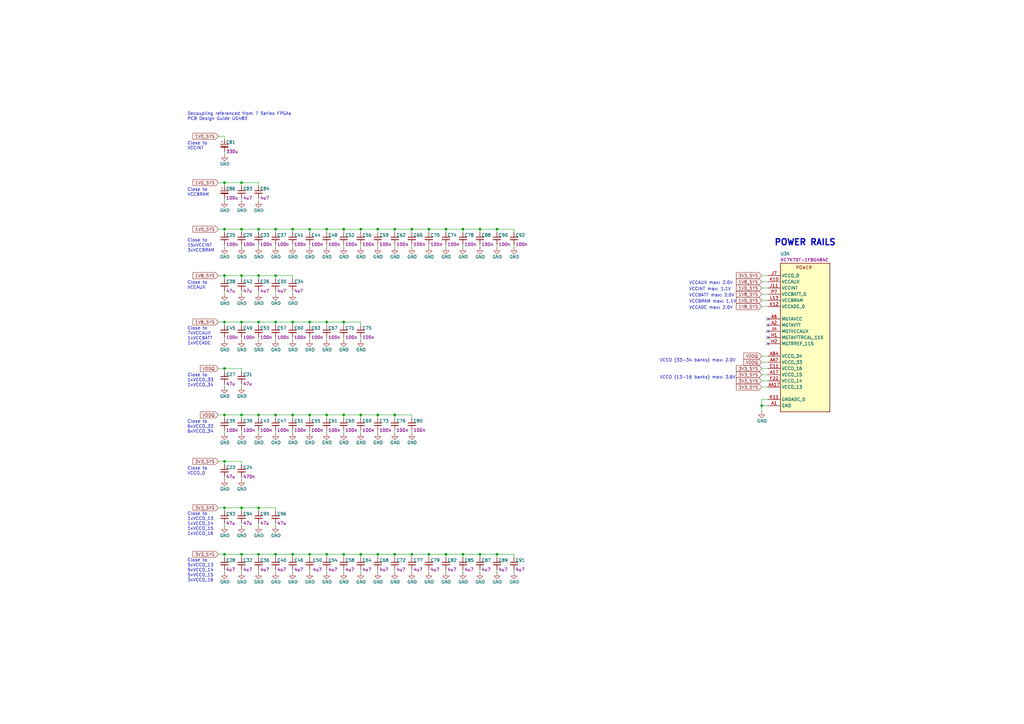
<source format=kicad_sch>
(kicad_sch (version 20211123) (generator eeschema)
  (paper "A3")
  (title_block (title "LPDDR4 Test Board") (date "2023-07-13") (rev "1.1.4"))
  (junction (at 140.97 227.33))
  (junction (at 189.865 227.33))
  (junction (at 92.075 93.98))
  (junction (at 175.895 93.98))
  (junction (at 147.955 170.18))
  (junction (at 99.06 113.03))
  (junction (at 140.97 132.08))
  (junction (at 147.955 93.98))
  (junction (at 133.985 227.33))
  (junction (at 127 132.08))
  (junction (at 113.03 113.03))
  (junction (at 113.03 93.98))
  (junction (at 106.045 93.98))
  (junction (at 92.075 132.08))
  (junction (at 92.075 208.28))
  (junction (at 140.97 170.18))
  (junction (at 92.075 170.18))
  (junction (at 99.06 208.28))
  (junction (at 99.06 74.93))
  (junction (at 203.835 227.33))
  (junction (at 203.835 93.98))
  (junction (at 106.045 170.18))
  (junction (at 106.045 113.03))
  (junction (at 161.925 227.33))
  (junction (at 182.88 227.33))
  (junction (at 113.03 132.08))
  (junction (at 168.91 227.33))
  (junction (at 127 227.33))
  (junction (at 154.94 227.33))
  (junction (at 120.015 93.98))
  (junction (at 154.94 93.98))
  (junction (at 182.88 93.98))
  (junction (at 161.925 170.18))
  (junction (at 312.42 166.37))
  (junction (at 120.015 227.33))
  (junction (at 106.045 132.08))
  (junction (at 99.06 132.08))
  (junction (at 133.985 132.08))
  (junction (at 92.075 151.13))
  (junction (at 113.03 227.33))
  (junction (at 127 93.98))
  (junction (at 92.075 189.23))
  (junction (at 99.06 227.33))
  (junction (at 168.91 93.98))
  (junction (at 106.045 208.28))
  (junction (at 154.94 170.18))
  (junction (at 196.85 93.98))
  (junction (at 133.985 93.98))
  (junction (at 92.075 74.93))
  (junction (at 99.06 93.98))
  (junction (at 106.045 227.33))
  (junction (at 140.97 93.98))
  (junction (at 92.075 113.03))
  (junction (at 196.85 227.33))
  (junction (at 99.06 170.18))
  (junction (at 175.895 227.33))
  (junction (at 189.865 93.98))
  (junction (at 127 170.18))
  (junction (at 161.925 93.98))
  (junction (at 120.015 170.18))
  (junction (at 113.03 170.18))
  (junction (at 147.955 227.33))
  (junction (at 133.985 170.18))
  (junction (at 120.015 132.08))
  (junction (at 92.075 227.33))
  (no_connect (at 314.96 133.35))
  (no_connect (at 314.96 135.89))
  (no_connect (at 314.96 130.81))
  (no_connect (at 314.96 138.43))
  (no_connect (at 314.96 140.97))
  (wire (pts (xy 127 228.6) (xy 127 227.33)))
  (wire (pts (xy 113.03 93.98) (xy 120.015 93.98)))
  (wire (pts (xy 99.06 177.8) (xy 99.06 176.53)))
  (wire (pts (xy 106.045 101.6) (xy 106.045 100.33)))
  (wire (pts (xy 161.925 177.8) (xy 161.925 176.53)))
  (wire (pts (xy 113.03 227.33) (xy 120.015 227.33)))
  (wire (pts (xy 147.955 228.6) (xy 147.955 227.33)))
  (wire (pts (xy 92.075 101.6) (xy 92.075 100.33)))
  (wire (pts (xy 113.03 234.95) (xy 113.03 233.68)))
  (wire (pts (xy 210.82 234.95) (xy 210.82 233.68)))
  (wire (pts (xy 92.075 208.28) (xy 99.06 208.28)))
  (wire (pts (xy 120.015 227.33) (xy 127 227.33)))
  (wire (pts (xy 133.985 234.95) (xy 133.985 233.68)))
  (wire (pts (xy 89.535 74.93) (xy 92.075 74.93)))
  (wire (pts (xy 161.925 227.33) (xy 168.91 227.33)))
  (wire (pts (xy 120.015 95.25) (xy 120.015 93.98)))
  (wire (pts (xy 106.045 234.95) (xy 106.045 233.68)))
  (wire (pts (xy 113.03 177.8) (xy 113.03 176.53)))
  (wire (pts (xy 182.88 95.25) (xy 182.88 93.98)))
  (wire (pts (xy 92.075 114.3) (xy 92.075 113.03)))
  (wire (pts (xy 127 170.18) (xy 133.985 170.18)))
  (wire (pts (xy 140.97 234.95) (xy 140.97 233.68)))
  (wire (pts (xy 89.535 93.98) (xy 92.075 93.98)))
  (wire (pts (xy 147.955 170.18) (xy 154.94 170.18)))
  (wire (pts (xy 106.045 93.98) (xy 113.03 93.98)))
  (wire (pts (xy 140.97 132.08) (xy 147.955 132.08)))
  (wire (pts (xy 99.06 195.58) (xy 99.06 196.85)))
  (wire (pts (xy 120.015 132.08) (xy 127 132.08)))
  (wire (pts (xy 99.06 139.7) (xy 99.06 138.43)))
  (wire (pts (xy 106.045 113.03) (xy 113.03 113.03)))
  (wire (pts (xy 99.06 113.03) (xy 106.045 113.03)))
  (wire (pts (xy 99.06 114.3) (xy 99.06 113.03)))
  (wire (pts (xy 203.835 101.6) (xy 203.835 100.33)))
  (wire (pts (xy 189.865 93.98) (xy 196.85 93.98)))
  (wire (pts (xy 89.535 132.08) (xy 92.075 132.08)))
  (wire (pts (xy 127 132.08) (xy 133.985 132.08)))
  (wire (pts (xy 189.865 100.33) (xy 189.865 101.6)))
  (wire (pts (xy 99.06 132.08) (xy 106.045 132.08)))
  (wire (pts (xy 99.06 82.55) (xy 99.06 81.28)))
  (wire (pts (xy 89.535 227.33) (xy 92.075 227.33)))
  (wire (pts (xy 189.865 95.25) (xy 189.865 93.98)))
  (wire (pts (xy 92.075 133.35) (xy 92.075 132.08)))
  (wire (pts (xy 140.97 93.98) (xy 147.955 93.98)))
  (wire (pts (xy 89.535 170.18) (xy 92.075 170.18)))
  (wire (pts (xy 92.075 215.9) (xy 92.075 214.63)))
  (wire (pts (xy 99.06 227.33) (xy 106.045 227.33)))
  (wire (pts (xy 312.42 153.67) (xy 314.96 153.67)))
  (wire (pts (xy 161.925 234.95) (xy 161.925 233.68)))
  (wire (pts (xy 189.865 228.6) (xy 189.865 227.33)))
  (wire (pts (xy 99.06 133.35) (xy 99.06 132.08)))
  (wire (pts (xy 312.42 123.19) (xy 314.96 123.19)))
  (wire (pts (xy 106.045 139.7) (xy 106.045 138.43)))
  (wire (pts (xy 92.075 170.18) (xy 99.06 170.18)))
  (wire (pts (xy 92.075 152.4) (xy 92.075 151.13)))
  (wire (pts (xy 92.075 228.6) (xy 92.075 227.33)))
  (wire (pts (xy 140.97 228.6) (xy 140.97 227.33)))
  (wire (pts (xy 147.955 133.35) (xy 147.955 132.08)))
  (wire (pts (xy 203.835 95.25) (xy 203.835 93.98)))
  (wire (pts (xy 161.925 95.25) (xy 161.925 93.98)))
  (wire (pts (xy 99.06 170.18) (xy 106.045 170.18)))
  (wire (pts (xy 99.06 234.95) (xy 99.06 233.68)))
  (wire (pts (xy 99.06 190.5) (xy 99.06 189.23)))
  (wire (pts (xy 106.045 209.55) (xy 106.045 208.28)))
  (wire (pts (xy 312.42 113.03) (xy 314.96 113.03)))
  (wire (pts (xy 140.97 95.25) (xy 140.97 93.98)))
  (wire (pts (xy 120.015 139.7) (xy 120.015 138.43)))
  (wire (pts (xy 175.895 228.6) (xy 175.895 227.33)))
  (wire (pts (xy 120.015 170.18) (xy 127 170.18)))
  (wire (pts (xy 140.97 101.6) (xy 140.97 100.33)))
  (wire (pts (xy 92.075 120.65) (xy 92.075 119.38)))
  (wire (pts (xy 161.925 228.6) (xy 161.925 227.33)))
  (wire (pts (xy 168.91 93.98) (xy 175.895 93.98)))
  (wire (pts (xy 140.97 133.35) (xy 140.97 132.08)))
  (wire (pts (xy 312.42 146.05) (xy 314.96 146.05)))
  (wire (pts (xy 120.015 133.35) (xy 120.015 132.08)))
  (wire (pts (xy 133.985 171.45) (xy 133.985 170.18)))
  (wire (pts (xy 154.94 170.18) (xy 161.925 170.18)))
  (wire (pts (xy 147.955 95.25) (xy 147.955 93.98)))
  (wire (pts (xy 89.535 208.28) (xy 92.075 208.28)))
  (wire (pts (xy 113.03 95.25) (xy 113.03 93.98)))
  (wire (pts (xy 127 138.43) (xy 127 139.7)))
  (wire (pts (xy 92.075 177.8) (xy 92.075 176.53)))
  (wire (pts (xy 120.015 101.6) (xy 120.015 100.33)))
  (wire (pts (xy 196.85 93.98) (xy 203.835 93.98)))
  (wire (pts (xy 140.97 171.45) (xy 140.97 170.18)))
  (wire (pts (xy 154.94 227.33) (xy 161.925 227.33)))
  (wire (pts (xy 99.06 152.4) (xy 99.06 151.13)))
  (wire (pts (xy 168.91 177.8) (xy 168.91 176.53)))
  (wire (pts (xy 120.015 120.65) (xy 120.015 119.38)))
  (wire (pts (xy 175.895 227.33) (xy 182.88 227.33)))
  (wire (pts (xy 89.535 55.88) (xy 92.075 55.88)))
  (wire (pts (xy 106.045 208.28) (xy 113.03 208.28)))
  (wire (pts (xy 210.82 101.6) (xy 210.82 100.33)))
  (wire (pts (xy 99.06 101.6) (xy 99.06 100.33)))
  (wire (pts (xy 92.075 227.33) (xy 99.06 227.33)))
  (wire (pts (xy 92.075 189.23) (xy 92.075 190.5)))
  (wire (pts (xy 113.03 120.65) (xy 113.03 119.38)))
  (wire (pts (xy 106.045 215.9) (xy 106.045 214.63)))
  (wire (pts (xy 92.075 195.58) (xy 92.075 196.85)))
  (wire (pts (xy 113.03 113.03) (xy 120.015 113.03)))
  (wire (pts (xy 161.925 101.6) (xy 161.925 100.33)))
  (wire (pts (xy 113.03 215.9) (xy 113.03 214.63)))
  (wire (pts (xy 210.82 95.25) (xy 210.82 93.98)))
  (wire (pts (xy 312.42 115.57) (xy 314.96 115.57)))
  (wire (pts (xy 113.03 209.55) (xy 113.03 208.28)))
  (wire (pts (xy 140.97 139.7) (xy 140.97 138.43)))
  (wire (pts (xy 203.835 228.6) (xy 203.835 227.33)))
  (wire (pts (xy 127 177.8) (xy 127 176.53)))
  (wire (pts (xy 92.075 132.08) (xy 99.06 132.08)))
  (wire (pts (xy 89.535 113.03) (xy 92.075 113.03)))
  (wire (pts (xy 113.03 139.7) (xy 113.03 138.43)))
  (wire (pts (xy 92.075 93.98) (xy 99.06 93.98)))
  (wire (pts (xy 92.075 171.45) (xy 92.075 170.18)))
  (wire (pts (xy 99.06 215.9) (xy 99.06 214.63)))
  (wire (pts (xy 92.075 158.75) (xy 92.075 157.48)))
  (wire (pts (xy 133.985 95.25) (xy 133.985 93.98)))
  (wire (pts (xy 106.045 120.65) (xy 106.045 119.38)))
  (wire (pts (xy 92.075 95.25) (xy 92.075 93.98)))
  (wire (pts (xy 154.94 171.45) (xy 154.94 170.18)))
  (wire (pts (xy 147.955 101.6) (xy 147.955 100.33)))
  (wire (pts (xy 113.03 170.18) (xy 120.015 170.18)))
  (wire (pts (xy 133.985 170.18) (xy 140.97 170.18)))
  (wire (pts (xy 312.42 166.37) (xy 314.96 166.37)))
  (wire (pts (xy 99.06 93.98) (xy 106.045 93.98)))
  (wire (pts (xy 175.895 234.95) (xy 175.895 233.68)))
  (wire (pts (xy 127 101.6) (xy 127 100.33)))
  (wire (pts (xy 120.015 114.3) (xy 120.015 113.03)))
  (wire (pts (xy 133.985 139.7) (xy 133.985 138.43)))
  (wire (pts (xy 312.42 120.65) (xy 314.96 120.65)))
  (wire (pts (xy 147.955 234.95) (xy 147.955 233.68)))
  (wire (pts (xy 140.97 170.18) (xy 147.955 170.18)))
  (wire (pts (xy 312.42 125.73) (xy 314.96 125.73)))
  (wire (pts (xy 133.985 101.6) (xy 133.985 100.33)))
  (wire (pts (xy 196.85 228.6) (xy 196.85 227.33)))
  (wire (pts (xy 182.88 93.98) (xy 189.865 93.98)))
  (wire (pts (xy 106.045 227.33) (xy 113.03 227.33)))
  (wire (pts (xy 106.045 114.3) (xy 106.045 113.03)))
  (wire (pts (xy 147.955 139.7) (xy 147.955 138.43)))
  (wire (pts (xy 168.91 101.6) (xy 168.91 100.33)))
  (wire (pts (xy 106.045 132.08) (xy 113.03 132.08)))
  (wire (pts (xy 113.03 132.08) (xy 120.015 132.08)))
  (wire (pts (xy 147.955 171.45) (xy 147.955 170.18)))
  (wire (pts (xy 106.045 74.93) (xy 106.045 76.2)))
  (wire (pts (xy 196.85 234.95) (xy 196.85 233.68)))
  (wire (pts (xy 182.88 227.33) (xy 189.865 227.33)))
  (wire (pts (xy 127 133.35) (xy 127 132.08)))
  (wire (pts (xy 89.535 151.13) (xy 92.075 151.13)))
  (wire (pts (xy 92.075 74.93) (xy 92.075 76.2)))
  (wire (pts (xy 154.94 101.6) (xy 154.94 100.33)))
  (wire (pts (xy 189.865 233.68) (xy 189.865 234.95)))
  (wire (pts (xy 120.015 234.95) (xy 120.015 233.68)))
  (wire (pts (xy 312.42 156.21) (xy 314.96 156.21)))
  (wire (pts (xy 113.03 101.6) (xy 113.03 100.33)))
  (wire (pts (xy 175.895 95.25) (xy 175.895 93.98)))
  (wire (pts (xy 133.985 132.08) (xy 140.97 132.08)))
  (wire (pts (xy 196.85 95.25) (xy 196.85 93.98)))
  (wire (pts (xy 127 234.95) (xy 127 233.68)))
  (wire (pts (xy 92.075 189.23) (xy 99.06 189.23)))
  (wire (pts (xy 182.88 101.6) (xy 182.88 100.33)))
  (wire (pts (xy 106.045 95.25) (xy 106.045 93.98)))
  (wire (pts (xy 147.955 93.98) (xy 154.94 93.98)))
  (wire (pts (xy 312.42 166.37) (xy 312.42 168.91)))
  (wire (pts (xy 92.075 113.03) (xy 99.06 113.03)))
  (wire (pts (xy 106.045 170.18) (xy 113.03 170.18)))
  (wire (pts (xy 175.895 93.98) (xy 182.88 93.98)))
  (wire (pts (xy 133.985 227.33) (xy 140.97 227.33)))
  (wire (pts (xy 203.835 93.98) (xy 210.82 93.98)))
  (wire (pts (xy 133.985 177.8) (xy 133.985 176.53)))
  (wire (pts (xy 154.94 93.98) (xy 161.925 93.98)))
  (wire (pts (xy 161.925 93.98) (xy 168.91 93.98)))
  (wire (pts (xy 189.865 227.33) (xy 196.85 227.33)))
  (wire (pts (xy 133.985 133.35) (xy 133.985 132.08)))
  (wire (pts (xy 106.045 133.35) (xy 106.045 132.08)))
  (wire (pts (xy 182.88 234.95) (xy 182.88 233.68)))
  (wire (pts (xy 113.03 228.6) (xy 113.03 227.33)))
  (wire (pts (xy 312.42 163.83) (xy 312.42 166.37)))
  (wire (pts (xy 168.91 228.6) (xy 168.91 227.33)))
  (wire (pts (xy 120.015 171.45) (xy 120.015 170.18)))
  (wire (pts (xy 120.015 93.98) (xy 127 93.98)))
  (wire (pts (xy 99.06 171.45) (xy 99.06 170.18)))
  (wire (pts (xy 92.075 74.93) (xy 99.06 74.93)))
  (wire (pts (xy 168.91 234.95) (xy 168.91 233.68)))
  (wire (pts (xy 168.91 95.25) (xy 168.91 93.98)))
  (wire (pts (xy 154.94 234.95) (xy 154.94 233.68)))
  (wire (pts (xy 133.985 93.98) (xy 140.97 93.98)))
  (wire (pts (xy 120.015 177.8) (xy 120.015 176.53)))
  (wire (pts (xy 92.075 151.13) (xy 99.06 151.13)))
  (wire (pts (xy 92.075 63.5) (xy 92.075 62.23)))
  (wire (pts (xy 147.955 227.33) (xy 154.94 227.33)))
  (wire (pts (xy 92.075 139.7) (xy 92.075 138.43)))
  (wire (pts (xy 168.91 227.33) (xy 175.895 227.33)))
  (wire (pts (xy 314.96 163.83) (xy 312.42 163.83)))
  (wire (pts (xy 140.97 177.8) (xy 140.97 176.53)))
  (wire (pts (xy 99.06 209.55) (xy 99.06 208.28)))
  (wire (pts (xy 312.42 151.13) (xy 314.96 151.13)))
  (wire (pts (xy 99.06 158.75) (xy 99.06 157.48)))
  (wire (pts (xy 106.045 177.8) (xy 106.045 176.53)))
  (wire (pts (xy 92.075 55.88) (xy 92.075 57.15)))
  (wire (pts (xy 127 227.33) (xy 133.985 227.33)))
  (wire (pts (xy 154.94 95.25) (xy 154.94 93.98)))
  (wire (pts (xy 175.895 101.6) (xy 175.895 100.33)))
  (wire (pts (xy 312.42 118.11) (xy 314.96 118.11)))
  (wire (pts (xy 140.97 227.33) (xy 147.955 227.33)))
  (wire (pts (xy 127 95.25) (xy 127 93.98)))
  (wire (pts (xy 210.82 228.6) (xy 210.82 227.33)))
  (wire (pts (xy 106.045 82.55) (xy 106.045 81.28)))
  (wire (pts (xy 92.075 234.95) (xy 92.075 233.68)))
  (wire (pts (xy 106.045 171.45) (xy 106.045 170.18)))
  (wire (pts (xy 120.015 228.6) (xy 120.015 227.33)))
  (wire (pts (xy 99.06 120.65) (xy 99.06 119.38)))
  (wire (pts (xy 99.06 74.93) (xy 106.045 74.93)))
  (wire (pts (xy 92.075 82.55) (xy 92.075 81.28)))
  (wire (pts (xy 161.925 171.45) (xy 161.925 170.18)))
  (wire (pts (xy 106.045 228.6) (xy 106.045 227.33)))
  (wire (pts (xy 99.06 228.6) (xy 99.06 227.33)))
  (wire (pts (xy 99.06 74.93) (xy 99.06 76.2)))
  (wire (pts (xy 147.955 177.8) (xy 147.955 176.53)))
  (wire (pts (xy 203.835 234.95) (xy 203.835 233.68)))
  (wire (pts (xy 161.925 170.18) (xy 168.91 170.18)))
  (wire (pts (xy 113.03 171.45) (xy 113.03 170.18)))
  (wire (pts (xy 312.42 158.75) (xy 314.96 158.75)))
  (wire (pts (xy 168.91 171.45) (xy 168.91 170.18)))
  (wire (pts (xy 203.835 227.33) (xy 210.82 227.33)))
  (wire (pts (xy 99.06 208.28) (xy 106.045 208.28)))
  (wire (pts (xy 154.94 177.8) (xy 154.94 176.53)))
  (wire (pts (xy 312.42 148.59) (xy 314.96 148.59)))
  (wire (pts (xy 133.985 228.6) (xy 133.985 227.33)))
  (wire (pts (xy 113.03 114.3) (xy 113.03 113.03)))
  (wire (pts (xy 127 171.45) (xy 127 170.18)))
  (wire (pts (xy 182.88 228.6) (xy 182.88 227.33)))
  (wire (pts (xy 196.85 227.33) (xy 203.835 227.33)))
  (wire (pts (xy 99.06 95.25) (xy 99.06 93.98)))
  (wire (pts (xy 196.85 101.6) (xy 196.85 100.33)))
  (wire (pts (xy 92.075 208.28) (xy 92.075 209.55)))
  (wire (pts (xy 127 93.98) (xy 133.985 93.98)))
  (wire (pts (xy 154.94 228.6) (xy 154.94 227.33)))
  (wire (pts (xy 89.535 189.23) (xy 92.075 189.23)))
  (wire (pts (xy 113.03 133.35) (xy 113.03 132.08)))
  (text "Close to \n1xVCCO_33\n1xVCCO_34\n" (at 76.835 158.75 0) (effects (font (size 1.27 1.27)) (justify left bottom)))
  (text "VCCO (13-16 banks) max: 3.6V" (at 270.51 155.575 0) (effects (font (size 1.27 1.27)) (justify left bottom)))
  (text "Close to \nVCCINT" (at 76.835 61.595 0) (effects (font (size 1.27 1.27)) (justify left bottom)))
  (text "Close to \nVCCAUX\n" (at 76.835 118.745 0) (effects (font (size 1.27 1.27)) (justify left bottom)))
  (text "Close to \nVCCBRAM" (at 76.835 80.645 0) (effects (font (size 1.27 1.27)) (justify left bottom)))
  (text "Decoupling referenced from 7 Series FPGAs\nPCB Design Guide UG483" (at 76.835 49.53 0) (effects (font (size 1.27 1.27)) (justify left bottom)))
  (text "VCCO (33-34 banks) max: 2.0V" (at 270.51 148.59 0) (effects (font (size 1.27 1.27)) (justify left bottom)))
  (text "Close to \n6xVCCO_33\n6xVCCO_34\n" (at 76.835 177.8 0) (effects (font (size 1.27 1.27)) (justify left bottom)))
  (text "VCCBATT max: 2.0V" (at 282.575 121.92 0) (effects (font (size 1.27 1.27)) (justify left bottom)))
  (text "POWER RAILS" (at 317.5 100.965 0) (effects (font (size 2.4892 2.4892) (thickness 0.4978) bold) (justify left bottom)))
  (text "VCCINT max: 1.1V" (at 282.575 119.38 0) (effects (font (size 1.27 1.27)) (justify left bottom)))
  (text "Close to \n7xVCCAUX\n1xVCCBATT\n1xVCCADC" (at 76.835 141.605 0) (effects (font (size 1.27 1.27)) (justify left bottom)))
  (text "Close to \n5xVCCO_13\n5xVCCO_14\n5xVCCO_15\n3xVCCO_16" (at 76.835 238.76 0) (effects (font (size 1.27 1.27)) (justify left bottom)))
  (text "VCCBRAM max: 1.1V" (at 282.575 124.46 0) (effects (font (size 1.27 1.27)) (justify left bottom)))
  (text "VCCAUX max: 2.0V" (at 282.575 116.84 0) (effects (font (size 1.27 1.27)) (justify left bottom)))
  (text "Close to \n1xVCCO_13\n1xVCCO_14\n1xVCCO_15\n1xVCCO_16" (at 76.835 219.71 0) (effects (font (size 1.27 1.27)) (justify left bottom)))
  (text "Close to \n15xVCCINT\n3xVCCBRAM" (at 76.835 103.505 0) (effects (font (size 1.27 1.27)) (justify left bottom)))
  (text "VCCADC max: 2.0V" (at 282.575 127 0) (effects (font (size 1.27 1.27)) (justify left bottom)))
  (text "Close to \nVCCO_0" (at 76.835 194.945 0) (effects (font (size 1.27 1.27)) (justify left bottom)))
  (global_label "1V0_SYS" (shape input) (at 89.535 55.88 180) (property "Intersheet References" "${INTERSHEET_REFS}" (effects hide)))
  (global_label "VDDQ" (shape input) (at 312.42 146.05 180) (property "Intersheet References" "${INTERSHEET_REFS}" (effects hide)))
  (global_label "3V3_SYS" (shape input) (at 312.42 156.21 180) (property "Intersheet References" "${INTERSHEET_REFS}" (effects hide)))
  (global_label "1V0_SYS" (shape input) (at 89.535 93.98 180) (property "Intersheet References" "${INTERSHEET_REFS}" (effects hide)))
  (global_label "VDDQ" (shape input) (at 89.535 151.13 180) (property "Intersheet References" "${INTERSHEET_REFS}" (effects hide)))
  (global_label "VDDQ" (shape input) (at 312.42 148.59 180) (property "Intersheet References" "${INTERSHEET_REFS}" (effects hide)))
  (global_label "3V3_SYS" (shape input) (at 312.42 151.13 180) (property "Intersheet References" "${INTERSHEET_REFS}" (effects hide)))
  (global_label "1V0_SYS" (shape input) (at 312.42 118.11 180) (property "Intersheet References" "${INTERSHEET_REFS}" (effects hide)))
  (global_label "1V8_SYS" (shape input) (at 89.535 132.08 180) (property "Intersheet References" "${INTERSHEET_REFS}" (effects hide)))
  (global_label "3V3_SYS" (shape input) (at 89.535 227.33 180) (property "Intersheet References" "${INTERSHEET_REFS}" (effects hide)))
  (global_label "3V3_SYS" (shape input) (at 89.535 189.23 180) (property "Intersheet References" "${INTERSHEET_REFS}" (effects hide)))
  (global_label "1V0_SYS" (shape input) (at 89.535 74.93 180) (property "Intersheet References" "${INTERSHEET_REFS}" (effects hide)))
  (global_label "1V8_SYS" (shape input) (at 89.535 113.03 180) (property "Intersheet References" "${INTERSHEET_REFS}" (effects hide)))
  (global_label "3V3_SYS" (shape input) (at 89.535 208.28 180) (property "Intersheet References" "${INTERSHEET_REFS}" (effects hide)))
  (global_label "1V8_SYS" (shape input) (at 312.42 125.73 180) (property "Intersheet References" "${INTERSHEET_REFS}" (effects hide)))
  (global_label "1V8_SYS" (shape input) (at 312.42 115.57 180) (property "Intersheet References" "${INTERSHEET_REFS}" (effects hide)))
  (global_label "VDDQ" (shape input) (at 89.535 170.18 180) (property "Intersheet References" "${INTERSHEET_REFS}" (effects hide)))
  (global_label "1V8_SYS" (shape input) (at 312.42 120.65 180) (property "Intersheet References" "${INTERSHEET_REFS}" (effects hide)))
  (global_label "1V0_SYS" (shape input) (at 312.42 123.19 180) (property "Intersheet References" "${INTERSHEET_REFS}" (effects hide)))
  (global_label "3V3_SYS" (shape input) (at 312.42 113.03 180) (property "Intersheet References" "${INTERSHEET_REFS}" (effects hide)))
  (global_label "3V3_SYS" (shape input) (at 312.42 158.75 180) (property "Intersheet References" "${INTERSHEET_REFS}" (effects hide)))
  (global_label "3V3_SYS" (shape input) (at 312.42 153.67 180) (property "Intersheet References" "${INTERSHEET_REFS}" (effects hide)))
  (symbol (lib_id "lpddr4-test-board:C_100n_0201") (at 92.075 171.45 270) (unit 1)
    (property "Reference" "C35" (at 92.71 173.355 90) (effects (justify left bottom)))
    (property "Value" "C_100n_0201" (effects hide))
    (property "Footprint" "lpddr4-test-board-footprints:C_0201" (effects hide))
    (property "Datasheet" " " (effects hide))
    (property "Manufacturer" "Yaego" (effects hide))
    (property "MPN" "CC0201KRX6S5BB104" (effects hide))
    (property "Val" "100n" (at 92.71 177.165 90) (effects (justify left bottom)))
    (property "License" "Apache-2.0" (effects hide))
    (property "Author" "Antmicro" (effects hide))
  )
  (symbol (lib_id "lpddr4-test-board:C_100n_0201") (at 99.06 171.45 270) (unit 1)
    (property "Reference" "C39" (at 99.695 173.355 90) (effects (justify left bottom)))
    (property "Value" "C_100n_0201" (effects hide))
    (property "Footprint" "lpddr4-test-board-footprints:C_0201" (effects hide))
    (property "Datasheet" " " (effects hide))
    (property "Manufacturer" "Yaego" (effects hide))
    (property "MPN" "CC0201KRX6S5BB104" (effects hide))
    (property "Val" "100n" (at 99.695 177.165 90) (effects (justify left bottom)))
    (property "License" "Apache-2.0" (effects hide))
    (property "Author" "Antmicro" (effects hide))
  )
  (symbol (lib_id "lpddr4-test-board:C_100n_0201") (at 106.045 171.45 270) (unit 1)
    (property "Reference" "C43" (at 106.68 173.355 90) (effects (justify left bottom)))
    (property "Value" "C_100n_0201" (effects hide))
    (property "Footprint" "lpddr4-test-board-footprints:C_0201" (effects hide))
    (property "Datasheet" " " (effects hide))
    (property "Manufacturer" "Yaego" (effects hide))
    (property "MPN" "CC0201KRX6S5BB104" (effects hide))
    (property "Val" "100n" (at 106.68 177.165 90) (effects (justify left bottom)))
    (property "License" "Apache-2.0" (effects hide))
    (property "Author" "Antmicro" (effects hide))
  )
  (symbol (lib_id "lpddr4-test-board:C_100n_0201") (at 113.03 171.45 270) (unit 1)
    (property "Reference" "C47" (at 113.665 173.355 90) (effects (justify left bottom)))
    (property "Value" "C_100n_0201" (effects hide))
    (property "Footprint" "lpddr4-test-board-footprints:C_0201" (effects hide))
    (property "Datasheet" " " (effects hide))
    (property "Manufacturer" "Yaego" (effects hide))
    (property "MPN" "CC0201KRX6S5BB104" (effects hide))
    (property "Val" "100n" (at 113.665 177.165 90) (effects (justify left bottom)))
    (property "License" "Apache-2.0" (effects hide))
    (property "Author" "Antmicro" (effects hide))
  )
  (symbol (lib_id "lpddr4-test-board:C_100n_0201") (at 120.015 171.45 270) (unit 1)
    (property "Reference" "C51" (at 120.65 173.355 90) (effects (justify left bottom)))
    (property "Value" "C_100n_0201" (effects hide))
    (property "Footprint" "lpddr4-test-board-footprints:C_0201" (effects hide))
    (property "Datasheet" " " (effects hide))
    (property "Manufacturer" "Yaego" (effects hide))
    (property "MPN" "CC0201KRX6S5BB104" (effects hide))
    (property "Val" "100n" (at 120.65 177.165 90) (effects (justify left bottom)))
    (property "License" "Apache-2.0" (effects hide))
    (property "Author" "Antmicro" (effects hide))
  )
  (symbol (lib_id "lpddr4-test-board:C_100n_0201") (at 127 171.45 270) (unit 1)
    (property "Reference" "C55" (at 127.635 173.355 90) (effects (justify left bottom)))
    (property "Value" "C_100n_0201" (effects hide))
    (property "Footprint" "lpddr4-test-board-footprints:C_0201" (effects hide))
    (property "Datasheet" " " (effects hide))
    (property "Manufacturer" "Yaego" (effects hide))
    (property "MPN" "CC0201KRX6S5BB104" (effects hide))
    (property "Val" "100n" (at 127.635 177.165 90) (effects (justify left bottom)))
    (property "License" "Apache-2.0" (effects hide))
    (property "Author" "Antmicro" (effects hide))
  )
  (symbol (lib_id "lpddr4-test-board:C_100n_0201") (at 133.985 171.45 270) (unit 1)
    (property "Reference" "C61" (at 134.62 173.355 90) (effects (justify left bottom)))
    (property "Value" "C_100n_0201" (effects hide))
    (property "Footprint" "lpddr4-test-board-footprints:C_0201" (effects hide))
    (property "Datasheet" " " (effects hide))
    (property "Manufacturer" "Yaego" (effects hide))
    (property "MPN" "CC0201KRX6S5BB104" (effects hide))
    (property "Val" "100n" (at 134.62 177.165 90) (effects (justify left bottom)))
    (property "License" "Apache-2.0" (effects hide))
    (property "Author" "Antmicro" (effects hide))
  )
  (symbol (lib_id "lpddr4-test-board:C_100n_0201") (at 140.97 171.45 270) (unit 1)
    (property "Reference" "C65" (at 141.605 173.355 90) (effects (justify left bottom)))
    (property "Value" "C_100n_0201" (effects hide))
    (property "Footprint" "lpddr4-test-board-footprints:C_0201" (effects hide))
    (property "Datasheet" " " (effects hide))
    (property "Manufacturer" "Yaego" (effects hide))
    (property "MPN" "CC0201KRX6S5BB104" (effects hide))
    (property "Val" "100n" (at 141.605 177.165 90) (effects (justify left bottom)))
    (property "License" "Apache-2.0" (effects hide))
    (property "Author" "Antmicro" (effects hide))
  )
  (symbol (lib_id "lpddr4-test-board:C_100n_0201") (at 147.955 171.45 270) (unit 1)
    (property "Reference" "C69" (at 148.59 173.355 90) (effects (justify left bottom)))
    (property "Value" "C_100n_0201" (effects hide))
    (property "Footprint" "lpddr4-test-board-footprints:C_0201" (effects hide))
    (property "Datasheet" " " (effects hide))
    (property "Manufacturer" "Yaego" (effects hide))
    (property "MPN" "CC0201KRX6S5BB104" (effects hide))
    (property "Val" "100n" (at 148.59 177.165 90) (effects (justify left bottom)))
    (property "License" "Apache-2.0" (effects hide))
    (property "Author" "Antmicro" (effects hide))
  )
  (symbol (lib_id "lpddr4-test-board:C_100n_0201") (at 154.94 171.45 270) (unit 1)
    (property "Reference" "C73" (at 155.575 173.355 90) (effects (justify left bottom)))
    (property "Value" "C_100n_0201" (effects hide))
    (property "Footprint" "lpddr4-test-board-footprints:C_0201" (effects hide))
    (property "Datasheet" " " (effects hide))
    (property "Manufacturer" "Yaego" (effects hide))
    (property "MPN" "CC0201KRX6S5BB104" (effects hide))
    (property "Val" "100n" (at 155.575 177.165 90) (effects (justify left bottom)))
    (property "License" "Apache-2.0" (effects hide))
    (property "Author" "Antmicro" (effects hide))
  )
  (symbol (lib_id "lpddr4-test-board:C_100n_0201") (at 189.865 95.25 270) (unit 1)
    (property "Reference" "C78" (at 190.5 97.155 90) (effects (justify left bottom)))
    (property "Value" "C_100n_0201" (effects hide))
    (property "Footprint" "lpddr4-test-board-footprints:C_0201" (effects hide))
    (property "Datasheet" " " (effects hide))
    (property "Manufacturer" "Yaego" (effects hide))
    (property "MPN" "CC0201KRX6S5BB104" (effects hide))
    (property "Val" "100n" (at 190.5 100.965 90) (effects (justify left bottom)))
    (property "License" "Apache-2.0" (effects hide))
    (property "Author" "Antmicro" (effects hide))
  )
  (symbol (lib_id "lpddr4-test-board:GND") (at 120.015 101.6 0) (unit 1)
    (property "Reference" "#PWR0112" (effects hide))
    (property "Value" "GND" (at 118.11 106.045 0) (effects (justify left bottom)))
    (property "Author" "Antmicro" (effects hide))
    (property "License" "Apache-2.0" (effects hide))
  )
  (symbol (lib_id "lpddr4-test-board:C_4u7_0402") (at 92.075 228.6 270) (unit 1)
    (property "Reference" "C28" (at 92.71 230.505 90) (effects (justify left bottom)))
    (property "Value" "C_4u7_0402" (effects hide))
    (property "Footprint" "lpddr4-test-board-footprints:C_0402_1005Metric" (effects hide))
    (property "Datasheet" " " (effects hide))
    (property "Manufacturer" "Murata" (effects hide))
    (property "MPN" "GRM155R61A475MEAAD" (effects hide))
    (property "Val" "4u7" (at 92.71 234.315 90) (effects (justify left bottom)))
    (property "License" "Apache-2.0" (effects hide))
    (property "Author" "Antmicro" (effects hide))
  )
  (symbol (lib_id "lpddr4-test-board:C_4u7_0402") (at 99.06 228.6 270) (unit 1)
    (property "Reference" "C32" (at 99.695 230.505 90) (effects (justify left bottom)))
    (property "Value" "C_4u7_0402" (effects hide))
    (property "Footprint" "lpddr4-test-board-footprints:C_0402_1005Metric" (effects hide))
    (property "Datasheet" " " (effects hide))
    (property "Manufacturer" "Murata" (effects hide))
    (property "MPN" "GRM155R61A475MEAAD" (effects hide))
    (property "Val" "4u7" (at 99.695 234.315 90) (effects (justify left bottom)))
    (property "License" "Apache-2.0" (effects hide))
    (property "Author" "Antmicro" (effects hide))
  )
  (symbol (lib_id "lpddr4-test-board:C_4u7_0402") (at 106.045 228.6 270) (unit 1)
    (property "Reference" "C36" (at 106.68 230.505 90) (effects (justify left bottom)))
    (property "Value" "C_4u7_0402" (effects hide))
    (property "Footprint" "lpddr4-test-board-footprints:C_0402_1005Metric" (effects hide))
    (property "Datasheet" " " (effects hide))
    (property "Manufacturer" "Murata" (effects hide))
    (property "MPN" "GRM155R61A475MEAAD" (effects hide))
    (property "Val" "4u7" (at 106.68 234.315 90) (effects (justify left bottom)))
    (property "License" "Apache-2.0" (effects hide))
    (property "Author" "Antmicro" (effects hide))
  )
  (symbol (lib_id "lpddr4-test-board:C_4u7_0402") (at 113.03 228.6 270) (unit 1)
    (property "Reference" "C40" (at 113.665 230.505 90) (effects (justify left bottom)))
    (property "Value" "C_4u7_0402" (effects hide))
    (property "Footprint" "lpddr4-test-board-footprints:C_0402_1005Metric" (effects hide))
    (property "Datasheet" " " (effects hide))
    (property "Manufacturer" "Murata" (effects hide))
    (property "MPN" "GRM155R61A475MEAAD" (effects hide))
    (property "Val" "4u7" (at 113.665 234.315 90) (effects (justify left bottom)))
    (property "License" "Apache-2.0" (effects hide))
    (property "Author" "Antmicro" (effects hide))
  )
  (symbol (lib_id "lpddr4-test-board:C_4u7_0402") (at 120.015 228.6 270) (unit 1)
    (property "Reference" "C46" (at 120.65 230.505 90) (effects (justify left bottom)))
    (property "Value" "C_4u7_0402" (effects hide))
    (property "Footprint" "lpddr4-test-board-footprints:C_0402_1005Metric" (effects hide))
    (property "Datasheet" " " (effects hide))
    (property "Manufacturer" "Murata" (effects hide))
    (property "MPN" "GRM155R61A475MEAAD" (effects hide))
    (property "Val" "4u7" (at 120.65 234.315 90) (effects (justify left bottom)))
    (property "License" "Apache-2.0" (effects hide))
    (property "Author" "Antmicro" (effects hide))
  )
  (symbol (lib_id "lpddr4-test-board:C_4u7_0402") (at 127 228.6 270) (unit 1)
    (property "Reference" "C50" (at 128.27 230.505 90) (effects (justify left bottom)))
    (property "Value" "C_4u7_0402" (effects hide))
    (property "Footprint" "lpddr4-test-board-footprints:C_0402_1005Metric" (effects hide))
    (property "Datasheet" " " (effects hide))
    (property "Manufacturer" "Murata" (effects hide))
    (property "MPN" "GRM155R61A475MEAAD" (effects hide))
    (property "Val" "4u7" (at 128.27 234.315 90) (effects (justify left bottom)))
    (property "License" "Apache-2.0" (effects hide))
    (property "Author" "Antmicro" (effects hide))
  )
  (symbol (lib_id "lpddr4-test-board:C_4u7_0402") (at 133.985 228.6 270) (unit 1)
    (property "Reference" "C54" (at 134.62 230.505 90) (effects (justify left bottom)))
    (property "Value" "C_4u7_0402" (effects hide))
    (property "Footprint" "lpddr4-test-board-footprints:C_0402_1005Metric" (effects hide))
    (property "Datasheet" " " (effects hide))
    (property "Manufacturer" "Murata" (effects hide))
    (property "MPN" "GRM155R61A475MEAAD" (effects hide))
    (property "Val" "4u7" (at 134.62 234.315 90) (effects (justify left bottom)))
    (property "License" "Apache-2.0" (effects hide))
    (property "Author" "Antmicro" (effects hide))
  )
  (symbol (lib_id "lpddr4-test-board:C_4u7_0402") (at 140.97 228.6 270) (unit 1)
    (property "Reference" "C58" (at 141.605 230.505 90) (effects (justify left bottom)))
    (property "Value" "C_4u7_0402" (effects hide))
    (property "Footprint" "lpddr4-test-board-footprints:C_0402_1005Metric" (effects hide))
    (property "Datasheet" " " (effects hide))
    (property "Manufacturer" "Murata" (effects hide))
    (property "MPN" "GRM155R61A475MEAAD" (effects hide))
    (property "Val" "4u7" (at 141.605 234.315 90) (effects (justify left bottom)))
    (property "License" "Apache-2.0" (effects hide))
    (property "Author" "Antmicro" (effects hide))
  )
  (symbol (lib_id "lpddr4-test-board:C_4u7_0402") (at 147.955 228.6 270) (unit 1)
    (property "Reference" "C64" (at 148.59 230.505 90) (effects (justify left bottom)))
    (property "Value" "C_4u7_0402" (effects hide))
    (property "Footprint" "lpddr4-test-board-footprints:C_0402_1005Metric" (effects hide))
    (property "Datasheet" " " (effects hide))
    (property "Manufacturer" "Murata" (effects hide))
    (property "MPN" "GRM155R61A475MEAAD" (effects hide))
    (property "Val" "4u7" (at 148.59 234.315 90) (effects (justify left bottom)))
    (property "License" "Apache-2.0" (effects hide))
    (property "Author" "Antmicro" (effects hide))
  )
  (symbol (lib_id "lpddr4-test-board:C_100n_0201") (at 92.075 133.35 270) (unit 1)
    (property "Reference" "C45" (at 92.71 135.255 90) (effects (justify left bottom)))
    (property "Value" "C_100n_0201" (effects hide))
    (property "Footprint" "lpddr4-test-board-footprints:C_0201" (effects hide))
    (property "Datasheet" " " (effects hide))
    (property "Manufacturer" "Yaego" (effects hide))
    (property "MPN" "CC0201KRX6S5BB104" (effects hide))
    (property "Val" "100n" (at 92.71 139.065 90) (effects (justify left bottom)))
    (property "License" "Apache-2.0" (effects hide))
    (property "Author" "Antmicro" (effects hide))
  )
  (symbol (lib_id "lpddr4-test-board:C_4u7_0402") (at 154.94 228.6 270) (unit 1)
    (property "Reference" "C68" (at 155.575 230.505 90) (effects (justify left bottom)))
    (property "Value" "C_4u7_0402" (effects hide))
    (property "Footprint" "lpddr4-test-board-footprints:C_0402_1005Metric" (effects hide))
    (property "Datasheet" " " (effects hide))
    (property "Manufacturer" "Murata" (effects hide))
    (property "MPN" "GRM155R61A475MEAAD" (effects hide))
    (property "Val" "4u7" (at 155.575 234.315 90) (effects (justify left bottom)))
    (property "License" "Apache-2.0" (effects hide))
    (property "Author" "Antmicro" (effects hide))
  )
  (symbol (lib_id "lpddr4-test-board:C_100n_0201") (at 99.06 133.35 270) (unit 1)
    (property "Reference" "C49" (at 99.695 135.255 90) (effects (justify left bottom)))
    (property "Value" "C_100n_0201" (effects hide))
    (property "Footprint" "lpddr4-test-board-footprints:C_0201" (effects hide))
    (property "Datasheet" " " (effects hide))
    (property "Manufacturer" "Yaego" (effects hide))
    (property "MPN" "CC0201KRX6S5BB104" (effects hide))
    (property "Val" "100n" (at 99.695 139.065 90) (effects (justify left bottom)))
    (property "License" "Apache-2.0" (effects hide))
    (property "Author" "Antmicro" (effects hide))
  )
  (symbol (lib_id "lpddr4-test-board:C_100n_0201") (at 106.045 133.35 270) (unit 1)
    (property "Reference" "C53" (at 106.68 135.255 90) (effects (justify left bottom)))
    (property "Value" "C_100n_0201" (effects hide))
    (property "Footprint" "lpddr4-test-board-footprints:C_0201" (effects hide))
    (property "Datasheet" " " (effects hide))
    (property "Manufacturer" "Yaego" (effects hide))
    (property "MPN" "CC0201KRX6S5BB104" (effects hide))
    (property "Val" "100n" (at 106.68 139.065 90) (effects (justify left bottom)))
    (property "License" "Apache-2.0" (effects hide))
    (property "Author" "Antmicro" (effects hide))
  )
  (symbol (lib_id "lpddr4-test-board:C_100n_0201") (at 113.03 133.35 270) (unit 1)
    (property "Reference" "C57" (at 113.665 135.255 90) (effects (justify left bottom)))
    (property "Value" "C_100n_0201" (effects hide))
    (property "Footprint" "lpddr4-test-board-footprints:C_0201" (effects hide))
    (property "Datasheet" " " (effects hide))
    (property "Manufacturer" "Yaego" (effects hide))
    (property "MPN" "CC0201KRX6S5BB104" (effects hide))
    (property "Val" "100n" (at 113.665 139.065 90) (effects (justify left bottom)))
    (property "License" "Apache-2.0" (effects hide))
    (property "Author" "Antmicro" (effects hide))
  )
  (symbol (lib_id "lpddr4-test-board:C_100n_0201") (at 120.015 133.35 270) (unit 1)
    (property "Reference" "C60" (at 120.65 135.255 90) (effects (justify left bottom)))
    (property "Value" "C_100n_0201" (effects hide))
    (property "Footprint" "lpddr4-test-board-footprints:C_0201" (effects hide))
    (property "Datasheet" " " (effects hide))
    (property "Manufacturer" "Yaego" (effects hide))
    (property "MPN" "CC0201KRX6S5BB104" (effects hide))
    (property "Val" "100n" (at 120.65 139.065 90) (effects (justify left bottom)))
    (property "License" "Apache-2.0" (effects hide))
    (property "Author" "Antmicro" (effects hide))
  )
  (symbol (lib_id "lpddr4-test-board:C_100n_0201") (at 127 133.35 270) (unit 1)
    (property "Reference" "C63" (at 127.635 135.255 90) (effects (justify left bottom)))
    (property "Value" "C_100n_0201" (effects hide))
    (property "Footprint" "lpddr4-test-board-footprints:C_0201" (effects hide))
    (property "Datasheet" " " (effects hide))
    (property "Manufacturer" "Yaego" (effects hide))
    (property "MPN" "CC0201KRX6S5BB104" (effects hide))
    (property "Val" "100n" (at 127.635 139.065 90) (effects (justify left bottom)))
    (property "License" "Apache-2.0" (effects hide))
    (property "Author" "Antmicro" (effects hide))
  )
  (symbol (lib_id "lpddr4-test-board:C_4u7_0402") (at 161.925 228.6 270) (unit 1)
    (property "Reference" "C72" (at 162.56 230.505 90) (effects (justify left bottom)))
    (property "Value" "C_4u7_0402" (effects hide))
    (property "Footprint" "lpddr4-test-board-footprints:C_0402_1005Metric" (effects hide))
    (property "Datasheet" " " (effects hide))
    (property "Manufacturer" "Murata" (effects hide))
    (property "MPN" "GRM155R61A475MEAAD" (effects hide))
    (property "Val" "4u7" (at 162.56 234.315 90) (effects (justify left bottom)))
    (property "License" "Apache-2.0" (effects hide))
    (property "Author" "Antmicro" (effects hide))
  )
  (symbol (lib_id "lpddr4-test-board:C_47u_0603") (at 92.075 209.55 270) (unit 1)
    (property "Reference" "C93" (at 92.71 211.455 90) (effects (justify left bottom)))
    (property "Value" "C_47u_0603" (effects hide))
    (property "Footprint" "lpddr4-test-board-footprints:C_0603_1608Metric" (effects hide))
    (property "Datasheet" " " (effects hide))
    (property "Manufacturer" "Murata" (effects hide))
    (property "MPN" "GRM188R60J476ME15D" (effects hide))
    (property "Val" "47u" (at 92.71 215.265 90) (effects (justify left bottom)))
    (property "License" "Apache-2.0" (effects hide))
    (property "Author" "Antmicro" (effects hide))
  )
  (symbol (lib_id "lpddr4-test-board:C_47u_0603") (at 99.06 209.55 270) (unit 1)
    (property "Reference" "C94" (at 99.695 211.455 90) (effects (justify left bottom)))
    (property "Value" "C_47u_0603" (effects hide))
    (property "Footprint" "lpddr4-test-board-footprints:C_0603_1608Metric" (effects hide))
    (property "Datasheet" " " (effects hide))
    (property "Manufacturer" "Murata" (effects hide))
    (property "MPN" "GRM188R60J476ME15D" (effects hide))
    (property "Val" "47u" (at 99.695 215.265 90) (effects (justify left bottom)))
    (property "License" "Apache-2.0" (effects hide))
    (property "Author" "Antmicro" (effects hide))
  )
  (symbol (lib_id "lpddr4-test-board:C_47u_0603") (at 106.045 209.55 270) (unit 1)
    (property "Reference" "C95" (at 106.68 211.455 90) (effects (justify left bottom)))
    (property "Value" "C_47u_0603" (effects hide))
    (property "Footprint" "lpddr4-test-board-footprints:C_0603_1608Metric" (effects hide))
    (property "Datasheet" " " (effects hide))
    (property "Manufacturer" "Murata" (effects hide))
    (property "MPN" "GRM188R60J476ME15D" (effects hide))
    (property "Val" "47u" (at 106.68 215.265 90) (effects (justify left bottom)))
    (property "License" "Apache-2.0" (effects hide))
    (property "Author" "Antmicro" (effects hide))
  )
  (symbol (lib_id "lpddr4-test-board:C_47u_0603") (at 113.03 209.55 270) (unit 1)
    (property "Reference" "C96" (at 113.665 211.455 90) (effects (justify left bottom)))
    (property "Value" "C_47u_0603" (effects hide))
    (property "Footprint" "lpddr4-test-board-footprints:C_0603_1608Metric" (effects hide))
    (property "Datasheet" " " (effects hide))
    (property "Manufacturer" "Murata" (effects hide))
    (property "MPN" "GRM188R60J476ME15D" (effects hide))
    (property "Val" "47u" (at 113.665 215.265 90) (effects (justify left bottom)))
    (property "License" "Apache-2.0" (effects hide))
    (property "Author" "Antmicro" (effects hide))
  )
  (symbol (lib_id "lpddr4-test-board:C_47u_0603") (at 92.075 152.4 270) (unit 1)
    (property "Reference" "C27" (at 92.71 154.305 90) (effects (justify left bottom)))
    (property "Value" "C_47u_0603" (effects hide))
    (property "Footprint" "lpddr4-test-board-footprints:C_0603_1608Metric" (effects hide))
    (property "Datasheet" " " (effects hide))
    (property "Manufacturer" "Murata" (effects hide))
    (property "MPN" "GRM188R60J476ME15D" (effects hide))
    (property "Val" "47u" (at 92.71 158.115 90) (effects (justify left bottom)))
    (property "License" "Apache-2.0" (effects hide))
    (property "Author" "Antmicro" (effects hide))
  )
  (symbol (lib_id "lpddr4-test-board:C_47u_0603") (at 99.06 152.4 270) (unit 1)
    (property "Reference" "C31" (at 99.695 154.305 90) (effects (justify left bottom)))
    (property "Value" "C_47u_0603" (effects hide))
    (property "Footprint" "lpddr4-test-board-footprints:C_0603_1608Metric" (effects hide))
    (property "Datasheet" " " (effects hide))
    (property "Manufacturer" "Murata" (effects hide))
    (property "MPN" "GRM188R60J476ME15D" (effects hide))
    (property "Val" "47u" (at 99.695 158.115 90) (effects (justify left bottom)))
    (property "License" "Apache-2.0" (effects hide))
    (property "Author" "Antmicro" (effects hide))
  )
  (symbol (lib_id "lpddr4-test-board:GND") (at 92.075 215.9 0) (unit 1)
    (property "Reference" "#PWR0130" (effects hide))
    (property "Value" "GND" (at 90.17 220.345 0) (effects (justify left bottom)))
    (property "Author" "Antmicro" (effects hide))
    (property "License" "Apache-2.0" (effects hide))
  )
  (symbol (lib_id "lpddr4-test-board:GND") (at 99.06 215.9 0) (unit 1)
    (property "Reference" "#PWR0131" (effects hide))
    (property "Value" "GND" (at 97.155 220.345 0) (effects (justify left bottom)))
    (property "Author" "Antmicro" (effects hide))
    (property "License" "Apache-2.0" (effects hide))
  )
  (symbol (lib_id "lpddr4-test-board:GND") (at 106.045 215.9 0) (unit 1)
    (property "Reference" "#PWR0132" (effects hide))
    (property "Value" "GND" (at 104.14 220.345 0) (effects (justify left bottom)))
    (property "Author" "Antmicro" (effects hide))
    (property "License" "Apache-2.0" (effects hide))
  )
  (symbol (lib_id "lpddr4-test-board:GND") (at 113.03 215.9 0) (unit 1)
    (property "Reference" "#PWR0133" (effects hide))
    (property "Value" "GND" (at 111.125 220.345 0) (effects (justify left bottom)))
    (property "Author" "Antmicro" (effects hide))
    (property "License" "Apache-2.0" (effects hide))
  )
  (symbol (lib_id "lpddr4-test-board:C_100n_0201") (at 92.075 95.25 270) (unit 1)
    (property "Reference" "C25" (at 92.71 97.155 90) (effects (justify left bottom)))
    (property "Value" "C_100n_0201" (effects hide))
    (property "Footprint" "lpddr4-test-board-footprints:C_0201" (effects hide))
    (property "Datasheet" " " (effects hide))
    (property "Manufacturer" "Yaego" (effects hide))
    (property "MPN" "CC0201KRX6S5BB104" (effects hide))
    (property "Val" "100n" (at 92.71 100.965 90) (effects (justify left bottom)))
    (property "License" "Apache-2.0" (effects hide))
    (property "Author" "Antmicro" (effects hide))
  )
  (symbol (lib_id "lpddr4-test-board:GND") (at 92.075 101.6 0) (unit 1)
    (property "Reference" "#PWR059" (effects hide))
    (property "Value" "GND" (at 90.17 106.045 0) (effects (justify left bottom)))
    (property "Author" "Antmicro" (effects hide))
    (property "License" "Apache-2.0" (effects hide))
  )
  (symbol (lib_id "lpddr4-test-board:C_100n_0201") (at 99.06 95.25 270) (unit 1)
    (property "Reference" "C29" (at 99.695 97.155 90) (effects (justify left bottom)))
    (property "Value" "C_100n_0201" (effects hide))
    (property "Footprint" "lpddr4-test-board-footprints:C_0201" (effects hide))
    (property "Datasheet" " " (effects hide))
    (property "Manufacturer" "Yaego" (effects hide))
    (property "MPN" "CC0201KRX6S5BB104" (effects hide))
    (property "Val" "100n" (at 99.695 100.965 90) (effects (justify left bottom)))
    (property "License" "Apache-2.0" (effects hide))
    (property "Author" "Antmicro" (effects hide))
  )
  (symbol (lib_id "lpddr4-test-board:GND") (at 210.82 101.6 0) (unit 1)
    (property "Reference" "#PWR063" (effects hide))
    (property "Value" "GND" (at 208.915 106.045 0) (effects (justify left bottom)))
    (property "Author" "Antmicro" (effects hide))
    (property "License" "Apache-2.0" (effects hide))
  )
  (symbol (lib_id "lpddr4-test-board:C_100n_0201") (at 106.045 95.25 270) (unit 1)
    (property "Reference" "C33" (at 106.68 97.155 90) (effects (justify left bottom)))
    (property "Value" "C_100n_0201" (effects hide))
    (property "Footprint" "lpddr4-test-board-footprints:C_0201" (effects hide))
    (property "Datasheet" " " (effects hide))
    (property "Manufacturer" "Yaego" (effects hide))
    (property "MPN" "CC0201KRX6S5BB104" (effects hide))
    (property "Val" "100n" (at 106.68 100.965 90) (effects (justify left bottom)))
    (property "License" "Apache-2.0" (effects hide))
    (property "Author" "Antmicro" (effects hide))
  )
  (symbol (lib_id "lpddr4-test-board:GND") (at 203.835 101.6 0) (unit 1)
    (property "Reference" "#PWR067" (effects hide))
    (property "Value" "GND" (at 201.93 106.045 0) (effects (justify left bottom)))
    (property "Author" "Antmicro" (effects hide))
    (property "License" "Apache-2.0" (effects hide))
  )
  (symbol (lib_id "lpddr4-test-board:C_100n_0201") (at 113.03 95.25 270) (unit 1)
    (property "Reference" "C37" (at 113.665 97.155 90) (effects (justify left bottom)))
    (property "Value" "C_100n_0201" (effects hide))
    (property "Footprint" "lpddr4-test-board-footprints:C_0201" (effects hide))
    (property "Datasheet" " " (effects hide))
    (property "Manufacturer" "Yaego" (effects hide))
    (property "MPN" "CC0201KRX6S5BB104" (effects hide))
    (property "Val" "100n" (at 113.665 100.965 90) (effects (justify left bottom)))
    (property "License" "Apache-2.0" (effects hide))
    (property "Author" "Antmicro" (effects hide))
  )
  (symbol (lib_id "lpddr4-test-board:GND") (at 196.85 101.6 0) (unit 1)
    (property "Reference" "#PWR071" (effects hide))
    (property "Value" "GND" (at 194.945 106.045 0) (effects (justify left bottom)))
    (property "Author" "Antmicro" (effects hide))
    (property "License" "Apache-2.0" (effects hide))
  )
  (symbol (lib_id "lpddr4-test-board:C_100n_0201") (at 120.015 95.25 270) (unit 1)
    (property "Reference" "C41" (at 120.65 97.155 90) (effects (justify left bottom)))
    (property "Value" "C_100n_0201" (effects hide))
    (property "Footprint" "lpddr4-test-board-footprints:C_0201" (effects hide))
    (property "Datasheet" " " (effects hide))
    (property "Manufacturer" "Yaego" (effects hide))
    (property "MPN" "CC0201KRX6S5BB104" (effects hide))
    (property "Val" "100n" (at 120.65 100.965 90) (effects (justify left bottom)))
    (property "License" "Apache-2.0" (effects hide))
    (property "Author" "Antmicro" (effects hide))
  )
  (symbol (lib_id "lpddr4-test-board:GND") (at 189.865 101.6 0) (unit 1)
    (property "Reference" "#PWR075" (effects hide))
    (property "Value" "GND" (at 187.96 106.045 0) (effects (justify left bottom)))
    (property "Author" "Antmicro" (effects hide))
    (property "License" "Apache-2.0" (effects hide))
  )
  (symbol (lib_id "lpddr4-test-board:C_100n_0201") (at 133.985 133.35 270) (unit 1)
    (property "Reference" "C67" (at 134.62 135.255 90) (effects (justify left bottom)))
    (property "Value" "C_100n_0201" (effects hide))
    (property "Footprint" "lpddr4-test-board-footprints:C_0201" (effects hide))
    (property "Datasheet" " " (effects hide))
    (property "Manufacturer" "Yaego" (effects hide))
    (property "MPN" "CC0201KRX6S5BB104" (effects hide))
    (property "Val" "100n" (at 134.62 139.065 90) (effects (justify left bottom)))
    (property "License" "Apache-2.0" (effects hide))
    (property "Author" "Antmicro" (effects hide))
  )
  (symbol (lib_id "lpddr4-test-board:C_4u7_0402") (at 168.91 228.6 270) (unit 1)
    (property "Reference" "C77" (at 169.545 230.505 90) (effects (justify left bottom)))
    (property "Value" "C_4u7_0402" (effects hide))
    (property "Footprint" "lpddr4-test-board-footprints:C_0402_1005Metric" (effects hide))
    (property "Datasheet" " " (effects hide))
    (property "Manufacturer" "Murata" (effects hide))
    (property "MPN" "GRM155R61A475MEAAD" (effects hide))
    (property "Val" "4u7" (at 169.545 234.315 90) (effects (justify left bottom)))
    (property "License" "Apache-2.0" (effects hide))
    (property "Author" "Antmicro" (effects hide))
  )
  (symbol (lib_id "lpddr4-test-board:C_4u7_0402") (at 175.895 228.6 270) (unit 1)
    (property "Reference" "C79" (at 176.53 230.505 90) (effects (justify left bottom)))
    (property "Value" "C_4u7_0402" (effects hide))
    (property "Footprint" "lpddr4-test-board-footprints:C_0402_1005Metric" (effects hide))
    (property "Datasheet" " " (effects hide))
    (property "Manufacturer" "Murata" (effects hide))
    (property "MPN" "GRM155R61A475MEAAD" (effects hide))
    (property "Val" "4u7" (at 176.53 234.315 90) (effects (justify left bottom)))
    (property "License" "Apache-2.0" (effects hide))
    (property "Author" "Antmicro" (effects hide))
  )
  (symbol (lib_id "lpddr4-test-board:C_100n_0201") (at 127 95.25 270) (unit 1)
    (property "Reference" "C44" (at 127.635 97.155 90) (effects (justify left bottom)))
    (property "Value" "C_100n_0201" (effects hide))
    (property "Footprint" "lpddr4-test-board-footprints:C_0201" (effects hide))
    (property "Datasheet" " " (effects hide))
    (property "Manufacturer" "Yaego" (effects hide))
    (property "MPN" "CC0201KRX6S5BB104" (effects hide))
    (property "Val" "100n" (at 127.635 100.965 90) (effects (justify left bottom)))
    (property "License" "Apache-2.0" (effects hide))
    (property "Author" "Antmicro" (effects hide))
  )
  (symbol (lib_id "lpddr4-test-board:GND") (at 182.88 101.6 0) (unit 1)
    (property "Reference" "#PWR078" (effects hide))
    (property "Value" "GND" (at 180.975 106.045 0) (effects (justify left bottom)))
    (property "Author" "Antmicro" (effects hide))
    (property "License" "Apache-2.0" (effects hide))
  )
  (symbol (lib_id "lpddr4-test-board:C_100n_0201") (at 133.985 95.25 270) (unit 1)
    (property "Reference" "C48" (at 134.62 97.155 90) (effects (justify left bottom)))
    (property "Value" "C_100n_0201" (effects hide))
    (property "Footprint" "lpddr4-test-board-footprints:C_0201" (effects hide))
    (property "Datasheet" " " (effects hide))
    (property "Manufacturer" "Yaego" (effects hide))
    (property "MPN" "CC0201KRX6S5BB104" (effects hide))
    (property "Val" "100n" (at 134.62 100.965 90) (effects (justify left bottom)))
    (property "License" "Apache-2.0" (effects hide))
    (property "Author" "Antmicro" (effects hide))
  )
  (symbol (lib_id "lpddr4-test-board:GND") (at 175.895 101.6 0) (unit 1)
    (property "Reference" "#PWR082" (effects hide))
    (property "Value" "GND" (at 173.99 106.045 0) (effects (justify left bottom)))
    (property "Author" "Antmicro" (effects hide))
    (property "License" "Apache-2.0" (effects hide))
  )
  (symbol (lib_id "lpddr4-test-board:C_100n_0201") (at 140.97 95.25 270) (unit 1)
    (property "Reference" "C52" (at 141.605 97.155 90) (effects (justify left bottom)))
    (property "Value" "C_100n_0201" (effects hide))
    (property "Footprint" "lpddr4-test-board-footprints:C_0201" (effects hide))
    (property "Datasheet" " " (effects hide))
    (property "Manufacturer" "Yaego" (effects hide))
    (property "MPN" "CC0201KRX6S5BB104" (effects hide))
    (property "Val" "100n" (at 141.605 100.965 90) (effects (justify left bottom)))
    (property "License" "Apache-2.0" (effects hide))
    (property "Author" "Antmicro" (effects hide))
  )
  (symbol (lib_id "lpddr4-test-board:GND") (at 168.91 101.6 0) (unit 1)
    (property "Reference" "#PWR086" (effects hide))
    (property "Value" "GND" (at 167.005 106.045 0) (effects (justify left bottom)))
    (property "Author" "Antmicro" (effects hide))
    (property "License" "Apache-2.0" (effects hide))
  )
  (symbol (lib_id "lpddr4-test-board:C_100n_0201") (at 147.955 95.25 270) (unit 1)
    (property "Reference" "C56" (at 148.59 97.155 90) (effects (justify left bottom)))
    (property "Value" "C_100n_0201" (effects hide))
    (property "Footprint" "lpddr4-test-board-footprints:C_0201" (effects hide))
    (property "Datasheet" " " (effects hide))
    (property "Manufacturer" "Yaego" (effects hide))
    (property "MPN" "CC0201KRX6S5BB104" (effects hide))
    (property "Val" "100n" (at 148.59 100.965 90) (effects (justify left bottom)))
    (property "License" "Apache-2.0" (effects hide))
    (property "Author" "Antmicro" (effects hide))
  )
  (symbol (lib_id "lpddr4-test-board:GND") (at 161.925 101.6 0) (unit 1)
    (property "Reference" "#PWR090" (effects hide))
    (property "Value" "GND" (at 160.02 106.045 0) (effects (justify left bottom)))
    (property "Author" "Antmicro" (effects hide))
    (property "License" "Apache-2.0" (effects hide))
  )
  (symbol (lib_id "lpddr4-test-board:C_100n_0201") (at 154.94 95.25 270) (unit 1)
    (property "Reference" "C59" (at 155.575 97.155 90) (effects (justify left bottom)))
    (property "Value" "C_100n_0201" (effects hide))
    (property "Footprint" "lpddr4-test-board-footprints:C_0201" (effects hide))
    (property "Datasheet" " " (effects hide))
    (property "Manufacturer" "Yaego" (effects hide))
    (property "MPN" "CC0201KRX6S5BB104" (effects hide))
    (property "Val" "100n" (at 155.575 100.965 90) (effects (justify left bottom)))
    (property "License" "Apache-2.0" (effects hide))
    (property "Author" "Antmicro" (effects hide))
  )
  (symbol (lib_id "lpddr4-test-board:GND") (at 154.94 101.6 0) (unit 1)
    (property "Reference" "#PWR093" (effects hide))
    (property "Value" "GND" (at 153.035 106.045 0) (effects (justify left bottom)))
    (property "Author" "Antmicro" (effects hide))
    (property "License" "Apache-2.0" (effects hide))
  )
  (symbol (lib_id "lpddr4-test-board:C_4u7_0402") (at 182.88 228.6 270) (unit 1)
    (property "Reference" "C82" (at 183.515 230.505 90) (effects (justify left bottom)))
    (property "Value" "C_4u7_0402" (effects hide))
    (property "Footprint" "lpddr4-test-board-footprints:C_0402_1005Metric" (effects hide))
    (property "Datasheet" " " (effects hide))
    (property "Manufacturer" "Murata" (effects hide))
    (property "MPN" "GRM155R61A475MEAAD" (effects hide))
    (property "Val" "4u7" (at 183.515 234.315 90) (effects (justify left bottom)))
    (property "License" "Apache-2.0" (effects hide))
    (property "Author" "Antmicro" (effects hide))
  )
  (symbol (lib_id "lpddr4-test-board:C_100n_0201") (at 161.925 95.25 270) (unit 1)
    (property "Reference" "C62" (at 162.56 97.155 90) (effects (justify left bottom)))
    (property "Value" "C_100n_0201" (effects hide))
    (property "Footprint" "lpddr4-test-board-footprints:C_0201" (effects hide))
    (property "Datasheet" " " (effects hide))
    (property "Manufacturer" "Yaego" (effects hide))
    (property "MPN" "CC0201KRX6S5BB104" (effects hide))
    (property "Val" "100n" (at 162.56 100.965 90) (effects (justify left bottom)))
    (property "License" "Apache-2.0" (effects hide))
    (property "Author" "Antmicro" (effects hide))
  )
  (symbol (lib_id "lpddr4-test-board:GND") (at 147.955 101.6 0) (unit 1)
    (property "Reference" "#PWR096" (effects hide))
    (property "Value" "GND" (at 146.05 106.045 0) (effects (justify left bottom)))
    (property "Author" "Antmicro" (effects hide))
    (property "License" "Apache-2.0" (effects hide))
  )
  (symbol (lib_id "lpddr4-test-board:C_100n_0201") (at 168.91 95.25 270) (unit 1)
    (property "Reference" "C66" (at 169.545 97.155 90) (effects (justify left bottom)))
    (property "Value" "C_100n_0201" (effects hide))
    (property "Footprint" "lpddr4-test-board-footprints:C_0201" (effects hide))
    (property "Datasheet" " " (effects hide))
    (property "Manufacturer" "Yaego" (effects hide))
    (property "MPN" "CC0201KRX6S5BB104" (effects hide))
    (property "Val" "100n" (at 169.545 100.965 90) (effects (justify left bottom)))
    (property "License" "Apache-2.0" (effects hide))
    (property "Author" "Antmicro" (effects hide))
  )
  (symbol (lib_id "lpddr4-test-board:GND") (at 140.97 101.6 0) (unit 1)
    (property "Reference" "#PWR0100" (effects hide))
    (property "Value" "GND" (at 139.065 106.045 0) (effects (justify left bottom)))
    (property "Author" "Antmicro" (effects hide))
    (property "License" "Apache-2.0" (effects hide))
  )
  (symbol (lib_id "lpddr4-test-board:C_100n_0201") (at 175.895 95.25 270) (unit 1)
    (property "Reference" "C70" (at 176.53 97.155 90) (effects (justify left bottom)))
    (property "Value" "C_100n_0201" (effects hide))
    (property "Footprint" "lpddr4-test-board-footprints:C_0201" (effects hide))
    (property "Datasheet" " " (effects hide))
    (property "Manufacturer" "Yaego" (effects hide))
    (property "MPN" "CC0201KRX6S5BB104" (effects hide))
    (property "Val" "100n" (at 176.53 100.965 90) (effects (justify left bottom)))
    (property "License" "Apache-2.0" (effects hide))
    (property "Author" "Antmicro" (effects hide))
  )
  (symbol (lib_id "lpddr4-test-board:GND") (at 133.985 101.6 0) (unit 1)
    (property "Reference" "#PWR0104" (effects hide))
    (property "Value" "GND" (at 132.08 106.045 0) (effects (justify left bottom)))
    (property "Author" "Antmicro" (effects hide))
    (property "License" "Apache-2.0" (effects hide))
  )
  (symbol (lib_id "lpddr4-test-board:C_100n_0201") (at 182.88 95.25 270) (unit 1)
    (property "Reference" "C74" (at 183.515 97.155 90) (effects (justify left bottom)))
    (property "Value" "C_100n_0201" (effects hide))
    (property "Footprint" "lpddr4-test-board-footprints:C_0201" (effects hide))
    (property "Datasheet" " " (effects hide))
    (property "Manufacturer" "Yaego" (effects hide))
    (property "MPN" "CC0201KRX6S5BB104" (effects hide))
    (property "Val" "100n" (at 183.515 100.965 90) (effects (justify left bottom)))
    (property "License" "Apache-2.0" (effects hide))
    (property "Author" "Antmicro" (effects hide))
  )
  (symbol (lib_id "lpddr4-test-board:GND") (at 127 101.6 0) (unit 1)
    (property "Reference" "#PWR0108" (effects hide))
    (property "Value" "GND" (at 125.095 106.045 0) (effects (justify left bottom)))
    (property "Author" "Antmicro" (effects hide))
    (property "License" "Apache-2.0" (effects hide))
  )
  (symbol (lib_id "lpddr4-test-board:C_4u7_0402") (at 189.865 228.6 270) (unit 1)
    (property "Reference" "C85" (at 190.5 230.505 90) (effects (justify left bottom)))
    (property "Value" "C_4u7_0402" (effects hide))
    (property "Footprint" "lpddr4-test-board-footprints:C_0402_1005Metric" (effects hide))
    (property "Datasheet" " " (effects hide))
    (property "Manufacturer" "Murata" (effects hide))
    (property "MPN" "GRM155R61A475MEAAD" (effects hide))
    (property "Val" "4u7" (at 190.5 234.315 90) (effects (justify left bottom)))
    (property "License" "Apache-2.0" (effects hide))
    (property "Author" "Antmicro" (effects hide))
  )
  (symbol (lib_id "lpddr4-test-board:C_4u7_0402") (at 196.85 228.6 270) (unit 1)
    (property "Reference" "C87" (at 197.485 230.505 90) (effects (justify left bottom)))
    (property "Value" "C_4u7_0402" (effects hide))
    (property "Footprint" "lpddr4-test-board-footprints:C_0402_1005Metric" (effects hide))
    (property "Datasheet" " " (effects hide))
    (property "Manufacturer" "Murata" (effects hide))
    (property "MPN" "GRM155R61A475MEAAD" (effects hide))
    (property "Val" "4u7" (at 197.485 234.315 90) (effects (justify left bottom)))
    (property "License" "Apache-2.0" (effects hide))
    (property "Author" "Antmicro" (effects hide))
  )
  (symbol (lib_id "lpddr4-test-board:C_4u7_0402") (at 203.835 228.6 270) (unit 1)
    (property "Reference" "C89" (at 204.47 230.505 90) (effects (justify left bottom)))
    (property "Value" "C_4u7_0402" (effects hide))
    (property "Footprint" "lpddr4-test-board-footprints:C_0402_1005Metric" (effects hide))
    (property "Datasheet" " " (effects hide))
    (property "Manufacturer" "Murata" (effects hide))
    (property "MPN" "GRM155R61A475MEAAD" (effects hide))
    (property "Val" "4u7" (at 204.47 234.315 90) (effects (justify left bottom)))
    (property "License" "Apache-2.0" (effects hide))
    (property "Author" "Antmicro" (effects hide))
  )
  (symbol (lib_id "lpddr4-test-board:GND") (at 312.42 168.91 0) (unit 1)
    (property "Reference" "#PWR0127" (effects hide))
    (property "Value" "GND" (at 310.515 173.355 0) (effects (justify left bottom)))
    (property "Author" "Antmicro" (effects hide))
    (property "License" "Apache-2.0" (effects hide))
  )
  (symbol (lib_id "lpddr4-test-board:C_4u7_0402") (at 210.82 228.6 270) (unit 1)
    (property "Reference" "C91" (at 211.455 230.505 90) (effects (justify left bottom)))
    (property "Value" "C_4u7_0402" (effects hide))
    (property "Footprint" "lpddr4-test-board-footprints:C_0402_1005Metric" (effects hide))
    (property "Datasheet" " " (effects hide))
    (property "Manufacturer" "Murata" (effects hide))
    (property "MPN" "GRM155R61A475MEAAD" (effects hide))
    (property "Val" "4u7" (at 211.455 234.315 90) (effects (justify left bottom)))
    (property "License" "Apache-2.0" (effects hide))
    (property "Author" "Antmicro" (effects hide))
  )
  (symbol (lib_id "lpddr4-test-board:C_100n_0201") (at 140.97 133.35 270) (unit 1)
    (property "Reference" "C71" (at 141.605 135.255 90) (effects (justify left bottom)))
    (property "Value" "C_100n_0201" (effects hide))
    (property "Footprint" "lpddr4-test-board-footprints:C_0201" (effects hide))
    (property "Datasheet" " " (effects hide))
    (property "Manufacturer" "Yaego" (effects hide))
    (property "MPN" "CC0201KRX6S5BB104" (effects hide))
    (property "Val" "100n" (at 141.605 139.065 90) (effects (justify left bottom)))
    (property "License" "Apache-2.0" (effects hide))
    (property "Author" "Antmicro" (effects hide))
  )
  (symbol (lib_id "lpddr4-test-board:C_100n_0201") (at 147.955 133.35 270) (unit 1)
    (property "Reference" "C75" (at 148.59 135.255 90) (effects (justify left bottom)))
    (property "Value" "C_100n_0201" (effects hide))
    (property "Footprint" "lpddr4-test-board-footprints:C_0201" (effects hide))
    (property "Datasheet" " " (effects hide))
    (property "Manufacturer" "Yaego" (effects hide))
    (property "MPN" "CC0201KRX6S5BB104" (effects hide))
    (property "Val" "100n" (at 148.59 139.065 90) (effects (justify left bottom)))
    (property "License" "Apache-2.0" (effects hide))
    (property "Author" "Antmicro" (effects hide))
  )
  (symbol (lib_id "lpddr4-test-board:C_100n_0201") (at 196.85 95.25 270) (unit 1)
    (property "Reference" "C88" (at 197.485 97.155 90) (effects (justify left bottom)))
    (property "Value" "C_100n_0201" (effects hide))
    (property "Footprint" "lpddr4-test-board-footprints:C_0201" (effects hide))
    (property "Datasheet" " " (effects hide))
    (property "Manufacturer" "Yaego" (effects hide))
    (property "MPN" "CC0201KRX6S5BB104" (effects hide))
    (property "Val" "100n" (at 197.485 100.965 90) (effects (justify left bottom)))
    (property "License" "Apache-2.0" (effects hide))
    (property "Author" "Antmicro" (effects hide))
  )
  (symbol (lib_id "lpddr4-test-board:GND") (at 113.03 101.6 0) (unit 1)
    (property "Reference" "#PWR0122" (effects hide))
    (property "Value" "GND" (at 111.125 106.045 0) (effects (justify left bottom)))
    (property "Author" "Antmicro" (effects hide))
    (property "License" "Apache-2.0" (effects hide))
  )
  (symbol (lib_id "lpddr4-test-board:C_100n_0201") (at 203.835 95.25 270) (unit 1)
    (property "Reference" "C90" (at 204.47 97.155 90) (effects (justify left bottom)))
    (property "Value" "C_100n_0201" (effects hide))
    (property "Footprint" "lpddr4-test-board-footprints:C_0201" (effects hide))
    (property "Datasheet" " " (effects hide))
    (property "Manufacturer" "Yaego" (effects hide))
    (property "MPN" "CC0201KRX6S5BB104" (effects hide))
    (property "Val" "100n" (at 204.47 100.965 90) (effects (justify left bottom)))
    (property "License" "Apache-2.0" (effects hide))
    (property "Author" "Antmicro" (effects hide))
  )
  (symbol (lib_id "lpddr4-test-board:GND") (at 106.045 101.6 0) (unit 1)
    (property "Reference" "#PWR0124" (effects hide))
    (property "Value" "GND" (at 104.14 106.045 0) (effects (justify left bottom)))
    (property "Author" "Antmicro" (effects hide))
    (property "License" "Apache-2.0" (effects hide))
  )
  (symbol (lib_id "lpddr4-test-board:C_100n_0201") (at 210.82 95.25 270) (unit 1)
    (property "Reference" "C92" (at 211.455 97.155 90) (effects (justify left bottom)))
    (property "Value" "C_100n_0201" (effects hide))
    (property "Footprint" "lpddr4-test-board-footprints:C_0201" (effects hide))
    (property "Datasheet" " " (effects hide))
    (property "Manufacturer" "Yaego" (effects hide))
    (property "MPN" "CC0201KRX6S5BB104" (effects hide))
    (property "Val" "100n" (at 211.455 100.965 90) (effects (justify left bottom)))
    (property "License" "Apache-2.0" (effects hide))
    (property "Author" "Antmicro" (effects hide))
  )
  (symbol (lib_id "lpddr4-test-board:GND") (at 99.06 101.6 0) (unit 1)
    (property "Reference" "#PWR0126" (effects hide))
    (property "Value" "GND" (at 97.155 106.045 0) (effects (justify left bottom)))
    (property "Author" "Antmicro" (effects hide))
    (property "License" "Apache-2.0" (effects hide))
  )
  (symbol (lib_id "lpddr4-test-board:GND") (at 99.06 82.55 0) (unit 1)
    (property "Reference" "#PWR0117" (effects hide))
    (property "Value" "GND" (at 97.155 86.995 0) (effects (justify left bottom)))
    (property "Author" "Antmicro" (effects hide))
    (property "License" "Apache-2.0" (effects hide))
  )
  (symbol (lib_id "lpddr4-test-board:GND") (at 92.075 82.55 0) (unit 1)
    (property "Reference" "#PWR0118" (effects hide))
    (property "Value" "GND" (at 90.17 86.995 0) (effects (justify left bottom)))
    (property "Author" "Antmicro" (effects hide))
    (property "License" "Apache-2.0" (effects hide))
  )
  (symbol (lib_id "lpddr4-test-board:GND") (at 92.075 63.5 0) (unit 1)
    (property "Reference" "#PWR0120" (effects hide))
    (property "Value" "GND" (at 90.17 67.945 0) (effects (justify left bottom)))
    (property "Author" "Antmicro" (effects hide))
    (property "License" "Apache-2.0" (effects hide))
  )
  (symbol (lib_id "lpddr4-test-board:C_100n_0201") (at 161.925 171.45 270) (unit 1)
    (property "Reference" "C76" (at 162.56 173.355 90) (effects (justify left bottom)))
    (property "Value" "C_100n_0201" (effects hide))
    (property "Footprint" "lpddr4-test-board-footprints:C_0201" (effects hide))
    (property "Datasheet" " " (effects hide))
    (property "Manufacturer" "Yaego" (effects hide))
    (property "MPN" "CC0201KRX6S5BB104" (effects hide))
    (property "Val" "100n" (at 162.56 177.165 90) (effects (justify left bottom)))
    (property "License" "Apache-2.0" (effects hide))
    (property "Author" "Antmicro" (effects hide))
  )
  (symbol (lib_id "lpddr4-test-board:C_100n_0201") (at 168.91 171.45 270) (unit 1)
    (property "Reference" "C80" (at 169.545 173.355 90) (effects (justify left bottom)))
    (property "Value" "C_100n_0201" (effects hide))
    (property "Footprint" "lpddr4-test-board-footprints:C_0201" (effects hide))
    (property "Datasheet" " " (effects hide))
    (property "Manufacturer" "Yaego" (effects hide))
    (property "MPN" "CC0201KRX6S5BB104" (effects hide))
    (property "Val" "100n" (at 169.545 177.165 90) (effects (justify left bottom)))
    (property "License" "Apache-2.0" (effects hide))
    (property "Author" "Antmicro" (effects hide))
  )
  (symbol (lib_id "lpddr4-test-board:C_47u_0603") (at 92.075 114.3 270) (unit 1)
    (property "Reference" "C38" (at 92.71 116.205 90) (effects (justify left bottom)))
    (property "Value" "C_47u_0603" (effects hide))
    (property "Footprint" "lpddr4-test-board-footprints:C_0603_1608Metric" (effects hide))
    (property "Datasheet" " " (effects hide))
    (property "Manufacturer" "Murata" (effects hide))
    (property "MPN" "GRM188R60J476ME15D" (effects hide))
    (property "Val" "47u" (at 92.71 120.015 90) (effects (justify left bottom)))
    (property "License" "Apache-2.0" (effects hide))
    (property "Author" "Antmicro" (effects hide))
  )
  (symbol (lib_id "lpddr4-test-board:C_47u_0603") (at 99.06 114.3 270) (unit 1)
    (property "Reference" "C42" (at 99.695 116.205 90) (effects (justify left bottom)))
    (property "Value" "C_47u_0603" (effects hide))
    (property "Footprint" "lpddr4-test-board-footprints:C_0603_1608Metric" (effects hide))
    (property "Datasheet" " " (effects hide))
    (property "Manufacturer" "Murata" (effects hide))
    (property "MPN" "GRM188R60J476ME15D" (effects hide))
    (property "Val" "47u" (at 99.695 120.015 90) (effects (justify left bottom)))
    (property "License" "Apache-2.0" (effects hide))
    (property "Author" "Antmicro" (effects hide))
  )
  (symbol (lib_id "lpddr4-test-board:C_4u7_0402") (at 120.015 114.3 270) (unit 1)
    (property "Reference" "C34" (at 120.65 116.205 90) (effects (justify left bottom)))
    (property "Value" "C_4u7_0402" (effects hide))
    (property "Footprint" "lpddr4-test-board-footprints:C_0402_1005Metric" (effects hide))
    (property "Datasheet" " " (effects hide))
    (property "Manufacturer" "Murata" (effects hide))
    (property "MPN" "GRM155R61A475MEAAD" (effects hide))
    (property "Val" "4u7" (at 120.65 120.015 90) (effects (justify left bottom)))
    (property "License" "Apache-2.0" (effects hide))
    (property "Author" "Antmicro" (effects hide))
  )
  (symbol (lib_id "lpddr4-test-board:C_4u7_0402") (at 113.03 114.3 270) (unit 1)
    (property "Reference" "C30" (at 113.665 116.205 90) (effects (justify left bottom)))
    (property "Value" "C_4u7_0402" (effects hide))
    (property "Footprint" "lpddr4-test-board-footprints:C_0402_1005Metric" (effects hide))
    (property "Datasheet" " " (effects hide))
    (property "Manufacturer" "Murata" (effects hide))
    (property "MPN" "GRM155R61A475MEAAD" (effects hide))
    (property "Val" "4u7" (at 113.665 120.015 90) (effects (justify left bottom)))
    (property "License" "Apache-2.0" (effects hide))
    (property "Author" "Antmicro" (effects hide))
  )
  (symbol (lib_id "lpddr4-test-board:C_4u7_0402") (at 106.045 114.3 270) (unit 1)
    (property "Reference" "C26" (at 106.68 116.205 90) (effects (justify left bottom)))
    (property "Value" "C_4u7_0402" (effects hide))
    (property "Footprint" "lpddr4-test-board-footprints:C_0402_1005Metric" (effects hide))
    (property "Datasheet" " " (effects hide))
    (property "Manufacturer" "Murata" (effects hide))
    (property "MPN" "GRM155R61A475MEAAD" (effects hide))
    (property "Val" "4u7" (at 106.68 120.015 90) (effects (justify left bottom)))
    (property "License" "Apache-2.0" (effects hide))
    (property "Author" "Antmicro" (effects hide))
  )
  (symbol (lib_id "lpddr4-test-board:C_100u_KEMET_A") (at 92.075 76.2 0) (unit 1)
    (property "Reference" "C86" (at 92.71 78.105 0) (effects (justify left bottom)))
    (property "Value" "C_100u_KEMET_A" (effects hide))
    (property "Footprint" "lpddr4-test-board-footprints:KEMET_A" (effects hide))
    (property "Datasheet" " " (effects hide))
    (property "Manufacturer" "Vishay" (effects hide))
    (property "MPN" "298D107X06R3A2T" (effects hide))
    (property "Val" "100u" (at 92.71 81.915 0) (effects (justify left bottom)))
    (property "License" "Apache-2.0" (effects hide))
    (property "Author" "Antmicro" (effects hide))
  )
  (symbol (lib_id "lpddr4-test-board:C_4u7_0402") (at 106.045 76.2 270) (unit 1)
    (property "Reference" "C84" (at 106.68 78.105 90) (effects (justify left bottom)))
    (property "Value" "C_4u7_0402" (effects hide))
    (property "Footprint" "lpddr4-test-board-footprints:C_0402_1005Metric" (effects hide))
    (property "Datasheet" " " (effects hide))
    (property "Manufacturer" "Murata" (effects hide))
    (property "MPN" "GRM155R61A475MEAAD" (effects hide))
    (property "Val" "4u7" (at 106.68 81.915 90) (effects (justify left bottom)))
    (property "License" "Apache-2.0" (effects hide))
    (property "Author" "Antmicro" (effects hide))
  )
  (symbol (lib_id "lpddr4-test-board:C_4u7_0402") (at 99.06 76.2 270) (unit 1)
    (property "Reference" "C83" (at 99.695 78.105 90) (effects (justify left bottom)))
    (property "Value" "C_4u7_0402" (effects hide))
    (property "Footprint" "lpddr4-test-board-footprints:C_0402_1005Metric" (effects hide))
    (property "Datasheet" " " (effects hide))
    (property "Manufacturer" "Murata" (effects hide))
    (property "MPN" "GRM155R61A475MEAAD" (effects hide))
    (property "Val" "4u7" (at 99.695 81.915 90) (effects (justify left bottom)))
    (property "License" "Apache-2.0" (effects hide))
    (property "Author" "Antmicro" (effects hide))
  )
  (symbol (lib_id "lpddr4-test-board:C_330u_KEMET_D") (at 92.075 57.15 0) (unit 1)
    (property "Reference" "C81" (at 92.71 59.055 0) (effects (justify left bottom)))
    (property "Value" "C_330u_KEMET_D" (effects hide))
    (property "Footprint" "lpddr4-test-board-footprints:KEMET_D" (effects hide))
    (property "Datasheet" " " (effects hide))
    (property "Manufacturer" "KEMET" (effects hide))
    (property "MPN" "T520D337M006ATE045" (effects hide))
    (property "Val" "330u" (at 92.71 62.865 0) (effects (justify left bottom)))
    (property "License" "Apache-2.0" (effects hide))
    (property "Author" "Antmicro" (effects hide))
  )
  (symbol (lib_id "lpddr4-test-board:GND") (at 106.045 82.55 0) (unit 1)
    (property "Reference" "#PWR0115" (effects hide))
    (property "Value" "GND" (at 104.14 86.995 0) (effects (justify left bottom)))
    (property "Author" "Antmicro" (effects hide))
    (property "License" "Apache-2.0" (effects hide))
  )
  (symbol (lib_id "lpddr4-test-board:GND") (at 106.045 234.95 0) (unit 1)
    (property "Reference" "#PWR0219" (effects hide))
    (property "Value" "GND" (at 104.14 239.395 0) (effects (justify left bottom)))
    (property "Author" "Antmicro" (effects hide))
    (property "License" "Apache-2.0" (effects hide))
  )
  (symbol (lib_id "lpddr4-test-board:GND") (at 147.955 234.95 0) (unit 1)
    (property "Reference" "#PWR0214" (effects hide))
    (property "Value" "GND" (at 146.05 239.395 0) (effects (justify left bottom)))
    (property "Author" "Antmicro" (effects hide))
    (property "License" "Apache-2.0" (effects hide))
  )
  (symbol (lib_id "lpddr4-test-board:GND") (at 196.85 234.95 0) (unit 1)
    (property "Reference" "#PWR0172" (effects hide))
    (property "Value" "GND" (at 194.945 239.395 0) (effects (justify left bottom)))
    (property "Author" "Antmicro" (effects hide))
    (property "License" "Apache-2.0" (effects hide))
  )
  (symbol (lib_id "lpddr4-test-board:C_470n_0402") (at 99.06 190.5 270) (unit 1)
    (property "Reference" "C24" (at 99.695 192.405 90) (effects (justify left bottom)))
    (property "Value" "C_470n_0402" (effects hide))
    (property "Footprint" "lpddr4-test-board-footprints:C_0402_1005Metric" (effects hide))
    (property "Datasheet" " " (effects hide))
    (property "Manufacturer" "TDK" (effects hide))
    (property "MPN" "C1005X5R1E474M050BB" (effects hide))
    (property "Val" "470n" (at 99.695 196.215 90) (effects (justify left bottom)))
    (property "License" "Apache-2.0" (effects hide))
    (property "Author" "Antmicro" (effects hide))
  )
  (symbol (lib_id "lpddr4-test-board:GND") (at 120.015 139.7 0) (unit 1)
    (property "Reference" "#PWR0200" (effects hide))
    (property "Value" "GND" (at 118.11 144.145 0) (effects (justify left bottom)))
    (property "Author" "Antmicro" (effects hide))
    (property "License" "Apache-2.0" (effects hide))
  )
  (symbol (lib_id "lpddr4-test-board:GND") (at 113.03 234.95 0) (unit 1)
    (property "Reference" "#PWR0220" (effects hide))
    (property "Value" "GND" (at 111.125 239.395 0) (effects (justify left bottom)))
    (property "Author" "Antmicro" (effects hide))
    (property "License" "Apache-2.0" (effects hide))
  )
  (symbol (lib_id "lpddr4-test-board:GND") (at 210.82 234.95 0) (unit 1)
    (property "Reference" "#PWR0175" (effects hide))
    (property "Value" "GND" (at 208.915 239.395 0) (effects (justify left bottom)))
    (property "Author" "Antmicro" (effects hide))
    (property "License" "Apache-2.0" (effects hide))
  )
  (symbol (lib_id "lpddr4-test-board:GND") (at 140.97 234.95 0) (unit 1)
    (property "Reference" "#PWR0215" (effects hide))
    (property "Value" "GND" (at 139.065 239.395 0) (effects (justify left bottom)))
    (property "Author" "Antmicro" (effects hide))
    (property "License" "Apache-2.0" (effects hide))
  )
  (symbol (lib_id "lpddr4-test-board:GND") (at 92.075 196.85 0) (unit 1)
    (property "Reference" "#PWR0209" (effects hide))
    (property "Value" "GND" (at 90.17 201.295 0) (effects (justify left bottom)))
    (property "Author" "Antmicro" (effects hide))
    (property "License" "Apache-2.0" (effects hide))
  )
  (symbol (lib_id "lpddr4-test-board:GND") (at 113.03 177.8 0) (unit 1)
    (property "Reference" "#PWR0195" (effects hide))
    (property "Value" "GND" (at 111.125 182.245 0) (effects (justify left bottom)))
    (property "Author" "Antmicro" (effects hide))
    (property "License" "Apache-2.0" (effects hide))
  )
  (symbol (lib_id "lpddr4-test-board:GND") (at 120.015 234.95 0) (unit 1)
    (property "Reference" "#PWR0221" (effects hide))
    (property "Value" "GND" (at 118.11 239.395 0) (effects (justify left bottom)))
    (property "Author" "Antmicro" (effects hide))
    (property "License" "Apache-2.0" (effects hide))
  )
  (symbol (lib_id "lpddr4-test-board:GND") (at 161.925 177.8 0) (unit 1)
    (property "Reference" "#PWR0138" (effects hide))
    (property "Value" "GND" (at 160.02 182.245 0) (effects (justify left bottom)))
    (property "Author" "Antmicro" (effects hide))
    (property "License" "Apache-2.0" (effects hide))
  )
  (symbol (lib_id "lpddr4-test-board:GND") (at 92.075 158.75 0) (unit 1)
    (property "Reference" "#PWR0262" (effects hide))
    (property "Value" "GND" (at 90.17 163.195 0) (effects (justify left bottom)))
    (property "Author" "Antmicro" (effects hide))
    (property "License" "Apache-2.0" (effects hide))
  )
  (symbol (lib_id "lpddr4-test-board:GND") (at 133.985 234.95 0) (unit 1)
    (property "Reference" "#PWR0216" (effects hide))
    (property "Value" "GND" (at 132.08 239.395 0) (effects (justify left bottom)))
    (property "Author" "Antmicro" (effects hide))
    (property "License" "Apache-2.0" (effects hide))
  )
  (symbol (lib_id "lpddr4-test-board:GND") (at 154.94 177.8 0) (unit 1)
    (property "Reference" "#PWR0137" (effects hide))
    (property "Value" "GND" (at 153.035 182.245 0) (effects (justify left bottom)))
    (property "Author" "Antmicro" (effects hide))
    (property "License" "Apache-2.0" (effects hide))
  )
  (symbol (lib_id "lpddr4-test-board:GND") (at 127 234.95 0) (unit 1)
    (property "Reference" "#PWR0217" (effects hide))
    (property "Value" "GND" (at 125.095 239.395 0) (effects (justify left bottom)))
    (property "Author" "Antmicro" (effects hide))
    (property "License" "Apache-2.0" (effects hide))
  )
  (symbol (lib_id "lpddr4-test-board:GND") (at 182.88 234.95 0) (unit 1)
    (property "Reference" "#PWR0182" (effects hide))
    (property "Value" "GND" (at 180.975 239.395 0) (effects (justify left bottom)))
    (property "Author" "Antmicro" (effects hide))
    (property "License" "Apache-2.0" (effects hide))
  )
  (symbol (lib_id "lpddr4-test-board:GND") (at 99.06 177.8 0) (unit 1)
    (property "Reference" "#PWR0211" (effects hide))
    (property "Value" "GND" (at 97.155 182.245 0) (effects (justify left bottom)))
    (property "Author" "Antmicro" (effects hide))
    (property "License" "Apache-2.0" (effects hide))
  )
  (symbol (lib_id "lpddr4-test-board:GND") (at 161.925 234.95 0) (unit 1)
    (property "Reference" "#PWR0168" (effects hide))
    (property "Value" "GND" (at 160.02 239.395 0) (effects (justify left bottom)))
    (property "Author" "Antmicro" (effects hide))
    (property "License" "Apache-2.0" (effects hide))
  )
  (symbol (lib_id "lpddr4-test-board:GND") (at 99.06 139.7 0) (unit 1)
    (property "Reference" "#PWR0250" (effects hide))
    (property "Value" "GND" (at 97.155 144.145 0) (effects (justify left bottom)))
    (property "Author" "Antmicro" (effects hide))
    (property "License" "Apache-2.0" (effects hide))
  )
  (symbol (lib_id "lpddr4-test-board:GND") (at 113.03 139.7 0) (unit 1)
    (property "Reference" "#PWR0201" (effects hide))
    (property "Value" "GND" (at 111.125 144.145 0) (effects (justify left bottom)))
    (property "Author" "Antmicro" (effects hide))
    (property "License" "Apache-2.0" (effects hide))
  )
  (symbol (lib_id "lpddr4-test-board:GND") (at 147.955 139.7 0) (unit 1)
    (property "Reference" "#PWR0203" (effects hide))
    (property "Value" "GND" (at 146.05 144.145 0) (effects (justify left bottom)))
    (property "Author" "Antmicro" (effects hide))
    (property "License" "Apache-2.0" (effects hide))
  )
  (symbol (lib_id "lpddr4-test-board:GND") (at 168.91 177.8 0) (unit 1)
    (property "Reference" "#PWR0140" (effects hide))
    (property "Value" "GND" (at 167.005 182.245 0) (effects (justify left bottom)))
    (property "Author" "Antmicro" (effects hide))
    (property "License" "Apache-2.0" (effects hide))
  )
  (symbol (lib_id "lpddr4-test-board:GND") (at 99.06 120.65 0) (unit 1)
    (property "Reference" "#PWR0204" (effects hide))
    (property "Value" "GND" (at 97.155 125.095 0) (effects (justify left bottom)))
    (property "Author" "Antmicro" (effects hide))
    (property "License" "Apache-2.0" (effects hide))
  )
  (symbol (lib_id "lpddr4-test-board:GND") (at 120.015 120.65 0) (unit 1)
    (property "Reference" "#PWR0197" (effects hide))
    (property "Value" "GND" (at 118.11 125.095 0) (effects (justify left bottom)))
    (property "Author" "Antmicro" (effects hide))
    (property "License" "Apache-2.0" (effects hide))
  )
  (symbol (lib_id "lpddr4-test-board:GND") (at 140.97 139.7 0) (unit 1)
    (property "Reference" "#PWR0202" (effects hide))
    (property "Value" "GND" (at 139.065 144.145 0) (effects (justify left bottom)))
    (property "Author" "Antmicro" (effects hide))
    (property "License" "Apache-2.0" (effects hide))
  )
  (symbol (lib_id "lpddr4-test-board:GND") (at 154.94 234.95 0) (unit 1)
    (property "Reference" "#PWR0169" (effects hide))
    (property "Value" "GND" (at 153.035 239.395 0) (effects (justify left bottom)))
    (property "Author" "Antmicro" (effects hide))
    (property "License" "Apache-2.0" (effects hide))
  )
  (symbol (lib_id "lpddr4-test-board:GND") (at 120.015 177.8 0) (unit 1)
    (property "Reference" "#PWR0194" (effects hide))
    (property "Value" "GND" (at 118.11 182.245 0) (effects (justify left bottom)))
    (property "Author" "Antmicro" (effects hide))
    (property "License" "Apache-2.0" (effects hide))
  )
  (symbol (lib_id "lpddr4-test-board:GND") (at 189.865 234.95 0) (unit 1)
    (property "Reference" "#PWR0183" (effects hide))
    (property "Value" "GND" (at 187.96 239.395 0) (effects (justify left bottom)))
    (property "Author" "Antmicro" (effects hide))
    (property "License" "Apache-2.0" (effects hide))
  )
  (symbol (lib_id "lpddr4-test-board:GND") (at 106.045 177.8 0) (unit 1)
    (property "Reference" "#PWR0186" (effects hide))
    (property "Value" "GND" (at 104.14 182.245 0) (effects (justify left bottom)))
    (property "Author" "Antmicro" (effects hide))
    (property "License" "Apache-2.0" (effects hide))
  )
  (symbol (lib_id "lpddr4-test-board:GND") (at 133.985 139.7 0) (unit 1)
    (property "Reference" "#PWR0199" (effects hide))
    (property "Value" "GND" (at 132.08 144.145 0) (effects (justify left bottom)))
    (property "Author" "Antmicro" (effects hide))
    (property "License" "Apache-2.0" (effects hide))
  )
  (symbol (lib_id "lpddr4-test-board:C_47u_0603") (at 92.075 190.5 270) (unit 1)
    (property "Reference" "C23" (at 92.71 192.405 90) (effects (justify left bottom)))
    (property "Value" "C_47u_0603" (effects hide))
    (property "Footprint" "lpddr4-test-board-footprints:C_0603_1608Metric" (effects hide))
    (property "Datasheet" " " (effects hide))
    (property "Manufacturer" "Murata" (effects hide))
    (property "MPN" "GRM188R60J476ME15D" (effects hide))
    (property "Val" "47u" (at 92.71 196.215 90) (effects (justify left bottom)))
    (property "License" "Apache-2.0" (effects hide))
    (property "Author" "Antmicro" (effects hide))
  )
  (symbol (lib_id "lpddr4-test-board:GND") (at 168.91 234.95 0) (unit 1)
    (property "Reference" "#PWR0184" (effects hide))
    (property "Value" "GND" (at 167.005 239.395 0) (effects (justify left bottom)))
    (property "Author" "Antmicro" (effects hide))
    (property "License" "Apache-2.0" (effects hide))
  )
  (symbol (lib_id "lpddr4-test-board:GND") (at 106.045 120.65 0) (unit 1)
    (property "Reference" "#PWR0207" (effects hide))
    (property "Value" "GND" (at 104.14 125.095 0) (effects (justify left bottom)))
    (property "Author" "Antmicro" (effects hide))
    (property "License" "Apache-2.0" (effects hide))
  )
  (symbol (lib_id "lpddr4-test-board:GND") (at 133.985 177.8 0) (unit 1)
    (property "Reference" "#PWR0191" (effects hide))
    (property "Value" "GND" (at 132.08 182.245 0) (effects (justify left bottom)))
    (property "Author" "Antmicro" (effects hide))
    (property "License" "Apache-2.0" (effects hide))
  )
  (symbol (lib_id "lpddr4-test-board:GND") (at 92.075 120.65 0) (unit 1)
    (property "Reference" "#PWR0205" (effects hide))
    (property "Value" "GND" (at 90.17 125.095 0) (effects (justify left bottom)))
    (property "Author" "Antmicro" (effects hide))
    (property "License" "Apache-2.0" (effects hide))
  )
  (symbol (lib_id "lpddr4-test-board:GND") (at 140.97 177.8 0) (unit 1)
    (property "Reference" "#PWR0193" (effects hide))
    (property "Value" "GND" (at 139.065 182.245 0) (effects (justify left bottom)))
    (property "Author" "Antmicro" (effects hide))
    (property "License" "Apache-2.0" (effects hide))
  )
  (symbol (lib_id "lpddr4-test-board:GND") (at 92.075 177.8 0) (unit 1)
    (property "Reference" "#PWR0212" (effects hide))
    (property "Value" "GND" (at 90.17 182.245 0) (effects (justify left bottom)))
    (property "Author" "Antmicro" (effects hide))
    (property "License" "Apache-2.0" (effects hide))
  )
  (symbol (lib_id "lpddr4-test-board:GND") (at 147.955 177.8 0) (unit 1)
    (property "Reference" "#PWR0192" (effects hide))
    (property "Value" "GND" (at 146.05 182.245 0) (effects (justify left bottom)))
    (property "Author" "Antmicro" (effects hide))
    (property "License" "Apache-2.0" (effects hide))
  )
  (symbol (lib_id "lpddr4-test-board:GND") (at 175.895 234.95 0) (unit 1)
    (property "Reference" "#PWR0185" (effects hide))
    (property "Value" "GND" (at 173.99 239.395 0) (effects (justify left bottom)))
    (property "Author" "Antmicro" (effects hide))
    (property "License" "Apache-2.0" (effects hide))
  )
  (symbol (lib_id "lpddr4-test-board:GND") (at 99.06 196.85 0) (unit 1)
    (property "Reference" "#PWR0210" (effects hide))
    (property "Value" "GND" (at 97.155 201.295 0) (effects (justify left bottom)))
    (property "Author" "Antmicro" (effects hide))
    (property "License" "Apache-2.0" (effects hide))
  )
  (symbol (lib_id "lpddr4-test-board:GND") (at 92.075 139.7 0) (unit 1)
    (property "Reference" "#PWR0261" (effects hide))
    (property "Value" "GND" (at 90.17 144.145 0) (effects (justify left bottom)))
    (property "Author" "Antmicro" (effects hide))
    (property "License" "Apache-2.0" (effects hide))
  )
  (symbol (lib_id "lpddr4-test-board:XC7K70T-FBG484") (at 314.96 113.03 0) (unit 1)
    (property "Reference" "U3" (at 320.04 104.775 0) (effects (justify left bottom)))
    (property "Value" "XC7K70T-FBG484" (effects hide))
    (property "Footprint" "lpddr4-test-board-footprints:BGA484C100P22X22_2300X2300X244N" (effects hide))
    (property "Datasheet" "https://docs.xilinx.com/v/u/en-US/ds182_Kintex_7_Data_Sheet" (effects hide))
    (property "Manufacturer" "Xilinx" (effects hide))
    (property "MPN" "XC7K70T-1FBG484C" (at 320.04 107.315 0) (effects (justify left bottom)))
    (property "Author" "Antmicro" (effects hide))
    (property "License" "Apache-2.0" (effects hide))
  )
  (symbol (lib_id "lpddr4-test-board:GND") (at 92.075 234.95 0) (unit 1)
    (property "Reference" "#PWR0234" (effects hide))
    (property "Value" "GND" (at 90.17 239.395 0) (effects (justify left bottom)))
    (property "Author" "Antmicro" (effects hide))
    (property "License" "Apache-2.0" (effects hide))
  )
  (symbol (lib_id "lpddr4-test-board:GND") (at 99.06 158.75 0) (unit 1)
    (property "Reference" "#PWR0263" (effects hide))
    (property "Value" "GND" (at 97.155 163.195 0) (effects (justify left bottom)))
    (property "Author" "Antmicro" (effects hide))
    (property "License" "Apache-2.0" (effects hide))
  )
  (symbol (lib_id "lpddr4-test-board:GND") (at 99.06 234.95 0) (unit 1)
    (property "Reference" "#PWR0222" (effects hide))
    (property "Value" "GND" (at 97.155 239.395 0) (effects (justify left bottom)))
    (property "Author" "Antmicro" (effects hide))
    (property "License" "Apache-2.0" (effects hide))
  )
  (symbol (lib_id "lpddr4-test-board:GND") (at 106.045 139.7 0) (unit 1)
    (property "Reference" "#PWR0260" (effects hide))
    (property "Value" "GND" (at 104.14 144.145 0) (effects (justify left bottom)))
    (property "Author" "Antmicro" (effects hide))
    (property "License" "Apache-2.0" (effects hide))
  )
  (symbol (lib_id "lpddr4-test-board:GND") (at 127 177.8 0) (unit 1)
    (property "Reference" "#PWR0188" (effects hide))
    (property "Value" "GND" (at 125.095 182.245 0) (effects (justify left bottom)))
    (property "Author" "Antmicro" (effects hide))
    (property "License" "Apache-2.0" (effects hide))
  )
  (symbol (lib_id "lpddr4-test-board:GND") (at 113.03 120.65 0) (unit 1)
    (property "Reference" "#PWR0206" (effects hide))
    (property "Value" "GND" (at 111.125 125.095 0) (effects (justify left bottom)))
    (property "Author" "Antmicro" (effects hide))
    (property "License" "Apache-2.0" (effects hide))
  )
  (symbol (lib_id "lpddr4-test-board:GND") (at 203.835 234.95 0) (unit 1)
    (property "Reference" "#PWR0174" (effects hide))
    (property "Value" "GND" (at 201.93 239.395 0) (effects (justify left bottom)))
    (property "Author" "Antmicro" (effects hide))
    (property "License" "Apache-2.0" (effects hide))
  )
  (symbol (lib_id "lpddr4-test-board:GND") (at 127 139.7 0) (unit 1)
    (property "Reference" "#PWR0198" (effects hide))
    (property "Value" "GND" (at 125.095 144.145 0) (effects (justify left bottom)))
    (property "Author" "Antmicro" (effects hide))
    (property "License" "Apache-2.0" (effects hide))
  )
)
</source>
